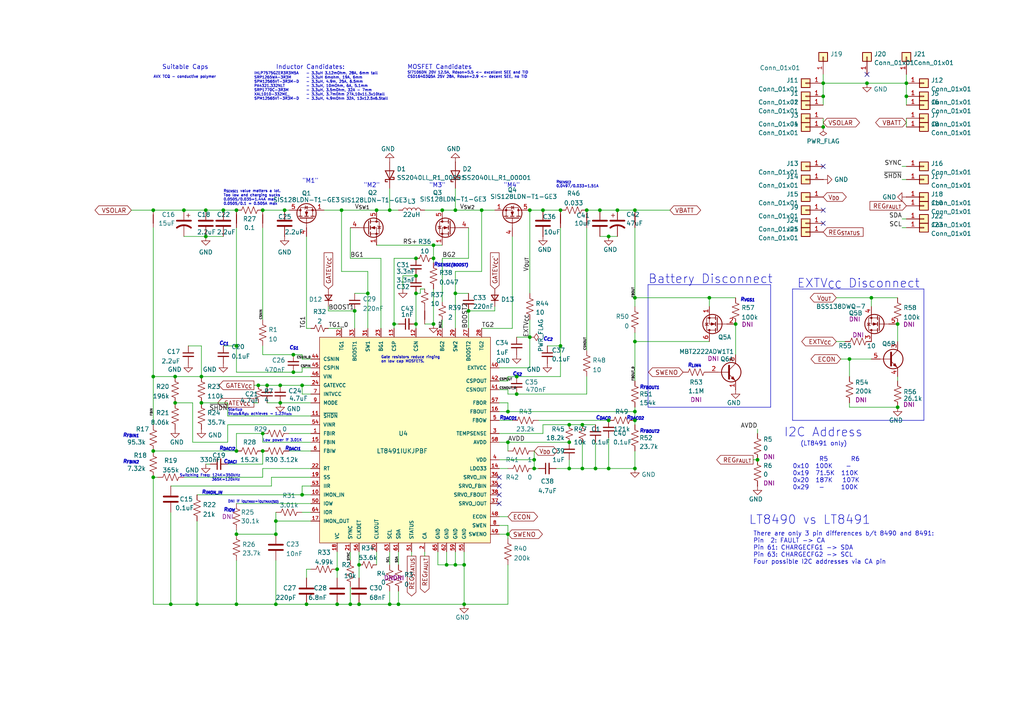
<source format=kicad_sch>
(kicad_sch (version 20231120) (generator "eeschema") (generator_version "8.0")
  (paper "A4")
  (title_block (title "LT8491 - Mezzanine") (date "2024-04-24") (rev "1.0b"))
  (junction (at 77.47 111.76))
  (junction (at 147.32 119.38))
  (junction (at 147.32 154.94))
  (junction (at 165.1 128.27))
  (junction (at 68.58 130.81))
  (junction (at 82.55 60.96))
  (junction (at 125.73 74.93))
  (junction (at 165.1 123.19))
  (junction (at 170.18 60.96))
  (junction (at 120.65 93.98))
  (junction (at 74.93 111.76))
  (junction (at 176.53 68.58))
  (junction (at 101.6 175.26))
  (junction (at 102.87 90.17))
  (junction (at 165.1 135.89))
  (junction (at 64.77 60.96))
  (junction (at 104.14 163.83))
  (junction (at 139.7 60.96))
  (junction (at 184.15 135.89))
  (junction (at 80.01 154.94))
  (junction (at 50.8 109.22))
  (junction (at 114.3 93.98))
  (junction (at 132.08 163.83))
  (junction (at 128.27 60.96))
  (junction (at 238.76 36.83))
  (junction (at 113.03 175.26))
  (junction (at 184.15 121.92))
  (junction (at 88.9 175.26))
  (junction (at 109.22 60.96))
  (junction (at 57.15 175.26))
  (junction (at 176.53 135.89))
  (junction (at 59.69 60.96))
  (junction (at 99.06 60.96))
  (junction (at 87.63 111.76))
  (junction (at 213.36 93.98))
  (junction (at 153.67 97.79))
  (junction (at 49.53 175.26))
  (junction (at 120.65 80.01))
  (junction (at 80.01 175.26))
  (junction (at 184.15 86.36))
  (junction (at 120.65 85.09))
  (junction (at 106.68 85.09))
  (junction (at 68.58 154.94))
  (junction (at 44.45 109.22))
  (junction (at 87.63 143.51))
  (junction (at 173.99 60.96))
  (junction (at 120.65 74.93))
  (junction (at 125.73 93.98))
  (junction (at 238.76 24.13))
  (junction (at 53.34 60.96))
  (junction (at 162.56 100.33))
  (junction (at 104.14 175.26))
  (junction (at 58.42 109.22))
  (junction (at 59.69 68.58))
  (junction (at 154.94 133.35))
  (junction (at 81.28 116.84))
  (junction (at 179.07 60.96))
  (junction (at 44.45 130.81))
  (junction (at 50.8 116.84))
  (junction (at 252.73 86.36))
  (junction (at 129.54 163.83))
  (junction (at 168.91 135.89))
  (junction (at 85.09 107.95))
  (junction (at 172.72 135.89))
  (junction (at 97.79 165.1))
  (junction (at 262.89 27.94))
  (junction (at 219.71 133.35))
  (junction (at 260.35 93.98))
  (junction (at 85.09 102.87))
  (junction (at 68.58 175.26))
  (junction (at 76.2 130.81))
  (junction (at 157.48 60.96))
  (junction (at 132.08 85.09))
  (junction (at 68.58 100.33))
  (junction (at 81.28 111.76))
  (junction (at 205.74 86.36))
  (junction (at 246.38 104.14))
  (junction (at 113.03 60.96))
  (junction (at 58.42 116.84))
  (junction (at 132.08 60.96))
  (junction (at 76.2 60.96))
  (junction (at 135.89 90.17))
  (junction (at 97.79 175.26))
  (junction (at 154.94 135.89))
  (junction (at 149.86 109.22))
  (junction (at 168.91 123.19))
  (junction (at 125.73 71.12))
  (junction (at 115.57 175.26))
  (junction (at 80.01 151.13))
  (junction (at 153.67 60.96))
  (junction (at 260.35 118.11))
  (junction (at 184.15 60.96))
  (junction (at 184.15 119.38))
  (junction (at 149.86 114.3))
  (junction (at 134.62 163.83))
  (junction (at 44.45 60.96))
  (junction (at 68.58 60.96))
  (junction (at 162.56 60.96))
  (junction (at 251.46 24.13))
  (junction (at 44.45 138.43))
  (junction (at 238.76 27.94))
  (junction (at 134.62 175.26))
  (junction (at 184.15 99.06))
  (junction (at 262.89 24.13))
  (junction (at 176.53 121.92))
  (junction (at 147.32 128.27))
  (junction (at 76.2 125.73))
  (no_connect (at 238.76 64.77))
  (no_connect (at 238.76 48.26))
  (no_connect (at 238.76 60.96))
  (no_connect (at 144.78 138.43))
  (no_connect (at 144.78 140.97))
  (no_connect (at 144.78 143.51))
  (no_connect (at 144.78 146.05))
  (no_connect (at 251.46 21.59))
  (wire (pts (xy 90.17 114.3) (xy 87.63 114.3)))
  (wire (pts (xy 252.73 86.36) (xy 252.73 88.9)))
  (wire (pts (xy 102.87 90.17) (xy 102.87 95.25)))
  (wire (pts (xy 113.03 60.96) (xy 115.57 60.96)))
  (wire (pts (xy 184.15 123.19) (xy 184.15 121.92)))
  (wire (pts (xy 123.19 93.98) (xy 125.73 93.98)))
  (wire (pts (xy 148.59 95.25) (xy 148.59 68.58)))
  (wire (pts (xy 68.58 146.05) (xy 90.17 146.05)))
  (wire (pts (xy 168.91 135.89) (xy 172.72 135.89)))
  (wire (pts (xy 68.58 175.26) (xy 80.01 175.26)))
  (wire (pts (xy 68.58 162.56) (xy 68.58 175.26)))
  (wire (pts (xy 184.15 118.11) (xy 184.15 119.38)))
  (wire (pts (xy 261.62 52.07) (xy 262.89 52.07)))
  (wire (pts (xy 66.04 123.19) (xy 90.17 123.19)))
  (wire (pts (xy 90.17 165.1) (xy 88.9 165.1)))
  (wire (pts (xy 123.19 83.82) (xy 121.92 83.82)))
  (wire (pts (xy 88.9 68.58) (xy 88.9 95.25)))
  (wire (pts (xy 87.63 143.51) (xy 90.17 143.51)))
  (wire (pts (xy 121.92 85.09) (xy 120.65 85.09)))
  (wire (pts (xy 76.2 60.96) (xy 82.55 60.96)))
  (wire (pts (xy 127 160.02) (xy 127 163.83)))
  (wire (pts (xy 87.63 148.59) (xy 90.17 148.59)))
  (wire (pts (xy 121.92 83.82) (xy 121.92 85.09)))
  (wire (pts (xy 246.38 116.84) (xy 246.38 118.11)))
  (wire (pts (xy 59.69 60.96) (xy 64.77 60.96)))
  (wire (pts (xy 97.79 175.26) (xy 101.6 175.26)))
  (wire (pts (xy 129.54 160.02) (xy 129.54 163.83)))
  (wire (pts (xy 120.65 93.98) (xy 120.65 95.25)))
  (wire (pts (xy 157.48 60.96) (xy 162.56 60.96)))
  (wire (pts (xy 261.62 66.04) (xy 262.89 66.04)))
  (wire (pts (xy 116.84 80.01) (xy 120.65 80.01)))
  (wire (pts (xy 251.46 24.13) (xy 262.89 24.13)))
  (wire (pts (xy 261.62 63.5) (xy 262.89 63.5)))
  (wire (pts (xy 170.18 114.3) (xy 170.18 109.22)))
  (wire (pts (xy 172.72 128.27) (xy 172.72 135.89)))
  (wire (pts (xy 97.79 165.1) (xy 97.79 167.64)))
  (wire (pts (xy 90.17 106.68) (xy 87.63 106.68)))
  (wire (pts (xy 85.09 107.95) (xy 68.58 107.95)))
  (wire (pts (xy 144.78 125.73) (xy 157.48 125.73)))
  (wire (pts (xy 176.53 127) (xy 176.53 135.89)))
  (wire (pts (xy 170.18 66.04) (xy 170.18 101.6)))
  (wire (pts (xy 176.53 135.89) (xy 184.15 135.89)))
  (wire (pts (xy 59.69 134.62) (xy 60.96 134.62)))
  (wire (pts (xy 87.63 114.3) (xy 87.63 111.76)))
  (wire (pts (xy 246.38 118.11) (xy 260.35 118.11)))
  (wire (pts (xy 147.32 109.22) (xy 149.86 109.22)))
  (wire (pts (xy 80.01 175.26) (xy 88.9 175.26)))
  (wire (pts (xy 68.58 154.94) (xy 80.01 154.94)))
  (wire (pts (xy 76.2 134.62) (xy 76.2 130.81)))
  (wire (pts (xy 205.74 86.36) (xy 184.15 86.36)))
  (wire (pts (xy 128.27 74.93) (xy 135.89 74.93)))
  (wire (pts (xy 85.09 102.87) (xy 76.2 102.87)))
  (wire (pts (xy 123.19 60.96) (xy 128.27 60.96)))
  (wire (pts (xy 102.87 85.09) (xy 106.68 85.09)))
  (wire (pts (xy 157.48 125.73) (xy 157.48 123.19)))
  (wire (pts (xy 90.17 140.97) (xy 87.63 140.97)))
  (wire (pts (xy 104.14 160.02) (xy 104.14 163.83)))
  (wire (pts (xy 132.08 60.96) (xy 139.7 60.96)))
  (wire (pts (xy 113.03 171.45) (xy 113.03 175.26)))
  (wire (pts (xy 132.08 78.74) (xy 139.7 78.74)))
  (wire (pts (xy 109.22 160.02) (xy 109.22 163.83)))
  (wire (pts (xy 147.32 152.4) (xy 147.32 154.94)))
  (wire (pts (xy 57.15 175.26) (xy 68.58 175.26)))
  (wire (pts (xy 55.88 128.27) (xy 66.04 128.27)))
  (wire (pts (xy 44.45 130.81) (xy 68.58 130.81)))
  (wire (pts (xy 262.89 24.13) (xy 262.89 27.94)))
  (wire (pts (xy 114.3 93.98) (xy 114.3 95.25)))
  (wire (pts (xy 173.99 68.58) (xy 176.53 68.58)))
  (wire (pts (xy 144.78 121.92) (xy 148.59 121.92)))
  (wire (pts (xy 64.77 60.96) (xy 68.58 60.96)))
  (wire (pts (xy 73.66 111.76) (xy 74.93 111.76)))
  (wire (pts (xy 154.94 133.35) (xy 154.94 135.89)))
  (wire (pts (xy 49.53 140.97) (xy 78.74 140.97)))
  (wire (pts (xy 153.67 60.96) (xy 153.67 85.09)))
  (wire (pts (xy 262.89 34.29) (xy 262.89 36.83)))
  (wire (pts (xy 184.15 99.06) (xy 184.15 110.49)))
  (wire (pts (xy 246.38 104.14) (xy 246.38 109.22)))
  (wire (pts (xy 68.58 66.04) (xy 68.58 100.33)))
  (wire (pts (xy 115.57 175.26) (xy 134.62 175.26)))
  (wire (pts (xy 44.45 66.04) (xy 44.45 109.22)))
  (wire (pts (xy 147.32 156.21) (xy 147.32 154.94)))
  (wire (pts (xy 116.84 80.01) (xy 116.84 83.82)))
  (polyline (pts (xy 267.97 83.82) (xy 229.87 83.82)))
  (wire (pts (xy 58.42 109.22) (xy 90.17 109.22)))
  (wire (pts (xy 165.1 135.89) (xy 168.91 135.89)))
  (wire (pts (xy 83.82 130.81) (xy 90.17 130.81)))
  (wire (pts (xy 95.25 95.25) (xy 99.06 95.25)))
  (wire (pts (xy 172.72 135.89) (xy 176.53 135.89)))
  (wire (pts (xy 144.78 149.86) (xy 147.32 149.86)))
  (wire (pts (xy 184.15 86.36) (xy 184.15 66.04)))
  (wire (pts (xy 260.35 109.22) (xy 260.35 110.49)))
  (wire (pts (xy 149.86 109.22) (xy 162.56 109.22)))
  (wire (pts (xy 132.08 85.09) (xy 135.89 85.09)))
  (wire (pts (xy 44.45 138.43) (xy 45.72 138.43)))
  (wire (pts (xy 95.25 90.17) (xy 102.87 90.17)))
  (wire (pts (xy 238.76 24.13) (xy 238.76 27.94)))
  (wire (pts (xy 123.19 160.02) (xy 123.19 161.29)))
  (wire (pts (xy 139.7 95.25) (xy 148.59 95.25)))
  (wire (pts (xy 68.58 125.73) (xy 68.58 130.81)))
  (wire (pts (xy 156.21 135.89) (xy 154.94 135.89)))
  (polyline (pts (xy 267.97 121.92) (xy 267.97 83.82)))
  (wire (pts (xy 77.47 111.76) (xy 81.28 111.76)))
  (wire (pts (xy 184.15 86.36) (xy 184.15 88.9)))
  (wire (pts (xy 139.7 78.74) (xy 139.7 60.96)))
  (wire (pts (xy 113.03 54.61) (xy 113.03 60.96)))
  (wire (pts (xy 213.36 93.98) (xy 213.36 102.87)))
  (wire (pts (xy 147.32 113.03) (xy 147.32 114.3)))
  (wire (pts (xy 66.04 134.62) (xy 76.2 134.62)))
  (wire (pts (xy 90.17 104.14) (xy 87.63 104.14)))
  (wire (pts (xy 134.62 163.83) (xy 134.62 175.26)))
  (wire (pts (xy 115.57 160.02) (xy 115.57 163.83)))
  (wire (pts (xy 44.45 109.22) (xy 50.8 109.22)))
  (wire (pts (xy 85.09 102.87) (xy 87.63 102.87)))
  (wire (pts (xy 132.08 160.02) (xy 132.08 163.83)))
  (wire (pts (xy 119.38 160.02) (xy 119.38 161.29)))
  (wire (pts (xy 125.73 83.82) (xy 125.73 93.98)))
  (wire (pts (xy 156.21 121.92) (xy 176.53 121.92)))
  (wire (pts (xy 238.76 27.94) (xy 238.76 30.48)))
  (wire (pts (xy 44.45 175.26) (xy 49.53 175.26)))
  (wire (pts (xy 157.48 123.19) (xy 165.1 123.19)))
  (wire (pts (xy 238.76 24.13) (xy 251.46 24.13)))
  (wire (pts (xy 153.67 92.71) (xy 153.67 97.79)))
  (wire (pts (xy 120.65 85.09) (xy 120.65 93.98)))
  (wire (pts (xy 149.86 114.3) (xy 170.18 114.3)))
  (wire (pts (xy 88.9 165.1) (xy 88.9 167.64)))
  (wire (pts (xy 238.76 34.29) (xy 238.76 36.83)))
  (wire (pts (xy 81.28 116.84) (xy 77.47 116.84)))
  (wire (pts (xy 99.06 78.74) (xy 99.06 60.96)))
  (wire (pts (xy 38.1 60.96) (xy 44.45 60.96)))
  (wire (pts (xy 114.3 93.98) (xy 115.57 93.98)))
  (wire (pts (xy 129.54 163.83) (xy 132.08 163.83)))
  (wire (pts (xy 149.86 97.79) (xy 153.67 97.79)))
  (wire (pts (xy 144.78 128.27) (xy 147.32 128.27)))
  (wire (pts (xy 144.78 110.49) (xy 147.32 110.49)))
  (wire (pts (xy 76.2 66.04) (xy 76.2 92.71)))
  (wire (pts (xy 81.28 111.76) (xy 87.63 111.76)))
  (wire (pts (xy 106.68 85.09) (xy 106.68 78.74)))
  (wire (pts (xy 143.51 88.9) (xy 143.51 90.17)))
  (wire (pts (xy 87.63 104.14) (xy 87.63 102.87)))
  (wire (pts (xy 97.79 160.02) (xy 97.79 165.1)))
  (wire (pts (xy 109.22 71.12) (xy 125.73 71.12)))
  (wire (pts (xy 57.15 151.13) (xy 57.15 175.26)))
  (wire (pts (xy 66.04 120.65) (xy 90.17 120.65)))
  (wire (pts (xy 132.08 54.61) (xy 132.08 60.96)))
  (wire (pts (xy 147.32 128.27) (xy 165.1 128.27)))
  (wire (pts (xy 44.45 138.43) (xy 44.45 175.26)))
  (wire (pts (xy 147.32 110.49) (xy 147.32 109.22)))
  (wire (pts (xy 260.35 86.36) (xy 252.73 86.36)))
  (wire (pts (xy 162.56 100.33) (xy 162.56 109.22)))
  (wire (pts (xy 243.84 104.14) (xy 246.38 104.14)))
  (wire (pts (xy 90.17 151.13) (xy 80.01 151.13)))
  (wire (pts (xy 144.78 113.03) (xy 147.32 113.03)))
  (wire (pts (xy 184.15 130.81) (xy 184.15 135.89)))
  (wire (pts (xy 101.6 66.04) (xy 101.6 74.93)))
  (wire (pts (xy 115.57 171.45) (xy 115.57 175.26)))
  (wire (pts (xy 158.75 100.33) (xy 162.56 100.33)))
  (wire (pts (xy 83.82 125.73) (xy 90.17 125.73)))
  (wire (pts (xy 44.45 123.19) (xy 44.45 109.22)))
  (wire (pts (xy 106.68 95.25) (xy 106.68 85.09)))
  (wire (pts (xy 173.99 60.96) (xy 179.07 60.96)))
  (wire (pts (xy 144.78 116.84) (xy 147.32 116.84)))
  (polyline (pts (xy 187.96 82.55) (xy 223.52 82.55)))
  (wire (pts (xy 87.63 140.97) (xy 87.63 143.51)))
  (wire (pts (xy 81.28 116.84) (xy 90.17 116.84)))
  (wire (pts (xy 127 163.83) (xy 129.54 163.83)))
  (wire (pts (xy 135.89 90.17) (xy 143.51 90.17)))
  (wire (pts (xy 184.15 99.06) (xy 205.74 99.06)))
  (wire (pts (xy 144.78 135.89) (xy 147.32 135.89)))
  (wire (pts (xy 58.42 116.84) (xy 66.04 116.84)))
  (wire (pts (xy 147.32 130.81) (xy 147.32 128.27)))
  (wire (pts (xy 93.98 60.96) (xy 99.06 60.96)))
  (wire (pts (xy 165.1 135.89) (xy 165.1 133.35)))
  (wire (pts (xy 132.08 60.96) (xy 128.27 60.96)))
  (wire (pts (xy 82.55 60.96) (xy 83.82 60.96)))
  (wire (pts (xy 101.6 175.26) (xy 104.14 175.26)))
  (wire (pts (xy 76.2 135.89) (xy 90.17 135.89)))
  (wire (pts (xy 184.15 121.92) (xy 184.15 119.38)))
  (wire (pts (xy 132.08 95.25) (xy 132.08 85.09)))
  (wire (pts (xy 106.68 78.74) (xy 99.06 78.74)))
  (wire (pts (xy 205.74 86.36) (xy 213.36 86.36)))
  (wire (pts (xy 53.34 60.96) (xy 59.69 60.96)))
  (wire (pts (xy 78.74 138.43) (xy 90.17 138.43)))
  (wire (pts (xy 80.01 151.13) (xy 80.01 154.94)))
  (wire (pts (xy 110.49 74.93) (xy 110.49 95.25)))
  (wire (pts (xy 170.18 60.96) (xy 173.99 60.96)))
  (wire (pts (xy 153.67 106.68) (xy 153.67 97.79)))
  (wire (pts (xy 132.08 85.09) (xy 132.08 78.74)))
  (wire (pts (xy 58.42 100.33) (xy 54.61 100.33)))
  (wire (pts (xy 101.6 74.93) (xy 110.49 74.93)))
  (wire (pts (xy 219.71 124.46) (xy 219.71 125.73)))
  (wire (pts (xy 125.73 71.12) (xy 128.27 71.12)))
  (wire (pts (xy 53.34 138.43) (xy 76.2 138.43)))
  (wire (pts (xy 114.3 74.93) (xy 114.3 93.98)))
  (wire (pts (xy 55.88 116.84) (xy 55.88 128.27)))
  (wire (pts (xy 132.08 163.83) (xy 134.62 163.83)))
  (wire (pts (xy 104.14 163.83) (xy 104.14 167.64)))
  (wire (pts (xy 260.35 93.98) (xy 260.35 99.06)))
  (wire (pts (xy 184.15 60.96) (xy 194.31 60.96)))
  (wire (pts (xy 57.15 143.51) (xy 87.63 143.51)))
  (wire (pts (xy 147.32 116.84) (xy 147.32 119.38)))
  (wire (pts (xy 147.32 114.3) (xy 149.86 114.3)))
  (wire (pts (xy 80.01 151.13) (xy 80.01 148.59)))
  (wire (pts (xy 179.07 60.96) (xy 184.15 60.96)))
  (polyline (pts (xy 223.52 118.11) (xy 223.52 82.55)))
  (wire (pts (xy 153.67 60.96) (xy 157.48 60.96)))
  (wire (pts (xy 125.73 74.93) (xy 125.73 76.2)))
  (wire (pts (xy 147.32 119.38) (xy 184.15 119.38)))
  (wire (pts (xy 113.03 175.26) (xy 115.57 175.26)))
  (wire (pts (xy 242.57 86.36) (xy 252.73 86.36)))
  (wire (pts (xy 261.62 48.26) (xy 262.89 48.26)))
  (wire (pts (xy 161.29 135.89) (xy 165.1 135.89)))
  (wire (pts (xy 76.2 138.43) (xy 76.2 135.89)))
  (wire (pts (xy 134.62 160.02) (xy 134.62 163.83)))
  (wire (pts (xy 76.2 100.33) (xy 76.2 102.87)))
  (wire (pts (xy 49.53 148.59) (xy 49.53 175.26)))
  (wire (pts (xy 109.22 60.96) (xy 113.03 60.96)))
  (wire (pts (xy 73.66 116.84) (xy 74.93 116.84)))
  (wire (pts (xy 50.8 109.22) (xy 58.42 109.22)))
  (wire (pts (xy 104.14 175.26) (xy 113.03 175.26)))
  (wire (pts (xy 66.04 128.27) (xy 66.04 123.19)))
  (wire (pts (xy 162.56 66.04) (xy 162.56 100.33)))
  (wire (pts (xy 144.78 133.35) (xy 154.94 133.35)))
  (wire (pts (xy 144.78 154.94) (xy 147.32 154.94)))
  (wire (pts (xy 101.6 160.02) (xy 101.6 162.56)))
  (wire (pts (xy 125.73 71.12) (xy 125.73 74.93)))
  (wire (pts (xy 76.2 125.73) (xy 68.58 125.73)))
  (wire (pts (xy 58.42 109.22) (xy 58.42 100.33)))
  (wire (pts (xy 88.9 95.25) (xy 90.17 95.25)))
  (wire (pts (xy 135.89 74.93) (xy 135.89 66.04)))
  (wire (pts (xy 168.91 123.19) (xy 172.72 123.19)))
  (wire (pts (xy 113.03 160.02) (xy 113.03 163.83)))
  (wire (pts (xy 128.27 87.63) (xy 128.27 74.93)))
  (wire (pts (xy 262.89 27.94) (xy 262.89 30.48)))
  (wire (pts (xy 44.45 60.96) (xy 53.34 60.96)))
  (polyline (pts (xy 187.96 118.11) (xy 223.52 118.11)))
  (polyline (pts (xy 187.96 82.55) (xy 187.96 118.11)))
  (wire (pts (xy 168.91 128.27) (xy 168.91 135.89)))
  (wire (pts (xy 176.53 68.58) (xy 179.07 68.58)))
  (wire (pts (xy 246.38 104.14) (xy 252.73 104.14)))
  (wire (pts (xy 80.01 162.56) (xy 80.01 175.26)))
  (wire (pts (xy 64.77 100.33) (xy 68.58 100.33)))
  (wire (pts (xy 101.6 170.18) (xy 101.6 175.26)))
  (wire (pts (xy 68.58 154.94) (xy 68.58 153.67)))
  (wire (pts (xy 135.89 90.17) (xy 135.89 95.25)))
  (wire (pts (xy 87.63 107.95) (xy 85.09 107.95)))
  (wire (pts (xy 78.74 140.97) (xy 78.74 138.43)))
  (polyline (pts (xy 229.87 83.82) (xy 229.87 121.92)))
  (wire (pts (xy 144.78 152.4) (xy 147.32 152.4)))
  (wire (pts (xy 144.78 106.68) (xy 153.67 106.68)))
  (wire (pts (xy 242.57 99.06) (xy 245.11 99.06)))
  (wire (pts (xy 66.04 116.84) (xy 66.04 120.65)))
  (wire (pts (xy 90.17 128.27) (xy 76.2 128.27)))
  (wire (pts (xy 49.53 175.26) (xy 57.15 175.26)))
  (wire (pts (xy 59.69 68.58) (xy 64.77 68.58)))
  (wire (pts (xy 168.91 123.19) (xy 165.1 123.19)))
  (wire (pts (xy 114.3 74.93) (xy 120.65 74.93)))
  (wire (pts (xy 144.78 119.38) (xy 147.32 119.38)))
  (wire (pts (xy 87.63 111.76) (xy 90.17 111.76)))
  (wire (pts (xy 154.94 130.81) (xy 154.94 133.35)))
  (wire (pts (xy 147.32 163.83) (xy 147.32 175.26)))
  (wire (pts (xy 95.25 88.9) (xy 95.25 90.17)))
  (wire (pts (xy 139.7 60.96) (xy 143.51 60.96)))
  (wire (pts (xy 238.76 21.59) (xy 238.76 24.13)))
  (wire (pts (xy 134.62 175.26) (xy 147.32 175.26)))
  (wire (pts (xy 262.89 21.59) (xy 262.89 24.13)))
  (wire (pts (xy 128.27 92.71) (xy 128.27 95.25)))
  (wire (pts (xy 184.15 96.52) (xy 184.15 99.06)))
  (polyline (pts (xy 229.87 121.92) (xy 267.97 121.92)))
  (wire (pts (xy 205.74 86.36) (xy 205.74 88.9)))
  (wire (pts (xy 53.34 68.58) (xy 59.69 68.58)))
  (wire (pts (xy 50.8 116.84) (xy 55.88 116.84)))
  (wire (pts (xy 87.63 106.68) (xy 87.63 107.95)))
  (wire (pts (xy 76.2 128.27) (xy 76.2 125.73)))
  (wire (pts (xy 88.9 175.26) (xy 97.79 175.26)))
  (wire (pts (xy 68.58 100.33) (xy 68.58 107.95)))
  (wire (pts (xy 74.93 111.76) (xy 77.47 111.76)))
  (wire (pts (xy 218.44 133.35) (xy 219.71 133.35)))
  (wire (pts (xy 99.06 60.96) (xy 109.22 60.96)))
  (text "R_{DACI1}" (at 82.55 130.81 0) (effects (font (size 1.016 1.016) (thickness 0.254) (bold yes) (italic yes)) (justify left bottom)))
  (text "C_{DACO}" (at 172.72 121.92 0) (effects (font (size 1.016 1.016) (thickness 0.254) (bold yes) (italic yes)) (justify left bottom)))
  (text "C_{C2}" (at 157.48 99.06 0) (effects (font (size 1.016 1.016) (thickness 0.254) (bold yes) (italic yes)) (justify left bottom)))
  (text "DNI if I_{OUTMAX}=I_{OUTMAX(SO)}" (at 66.04 146.05 0) (effects (font (size 0.762 0.762)) (justify left bottom)))
  (text "Battery Disconnect" (at 187.96 82.55 0) (effects (font (size 2.54 2.54)) (justify left bottom)))
  (text "R_{IMON_IN}" (at 58.42 143.51 0) (effects (font (size 1.016 1.016) (thickness 0.254) (bold yes) (italic yes)) (justify left bottom)))
  (text "Startup\n5V_{min}&R_{div} achieves → 1.23V_{min}" (at 66.04 120.65 0) (effects (font (size 0.762 0.762)) (justify left bottom)))
  (text "C_{S1}" (at 83.82 101.6 0) (effects (font (size 1.016 1.016) (thickness 0.254) (bold yes) (italic yes)) (justify left bottom)))
  (text "C_{S2}" (at 148.59 109.22 0) (effects (font (size 1.016 1.016) (thickness 0.254) (bold yes) (italic yes)) (justify left bottom)))
  (text "Switching Freq: 124K=350kHz\n                365K=120kHz" (at 52.07 139.7 0) (effects (font (size 0.762 0.762)) (justify left bottom)))
  (text "Suitable Caps" (at 46.99 20.32 0) (effects (font (size 1.27 1.27)) (justify left bottom)))
  (text "R_{LIM4}" (at 199.39 106.68 0) (effects (font (size 1.016 1.016) (thickness 0.254) (bold yes) (italic yes)) (justify left bottom)))
  (text "\"M4\"" (at 146.05 54.61 0) (effects (font (size 1.27 1.27)) (justify left bottom)))
  (text "Gate resistors reduce ringing\non low cap MOSFETS." (at 110.49 105.41 0) (effects (font (size 0.762 0.762)) (justify left bottom)))
  (text "R_{DACO2}" (at 181.61 121.92 0) (effects (font (size 1.016 1.016) (thickness 0.254) (bold yes) (italic yes)) (justify left bottom)))
  (text "Si7106DN 20V 12.5A, Rdson=5.5 <- excellent SEE and TID\nCSD16403Q5A 25V 28A, Rdson=2.9 <- decent SEE, no TID\n" (at 118.11 22.86 0) (effects (font (size 0.762 0.762)) (justify left bottom)))
  (text "There are only 3 pin differences b/t 8490 and 8491:\nPin  2: FAULT -> CA\nPin 61: CHARGECFG1 -> SDA\nPin 63: CHARGECFG2 -> SCL\nFour possible I2C addresses via CA pin" (at 218.44 163.83 0) (effects (font (size 1.27 1.27)) (justify left bottom)))
  (text "R_{DACI2}" (at 63.5 130.81 0) (effects (font (size 1.016 1.016) (thickness 0.254) (bold yes) (italic yes)) (justify left bottom)))
  (text "R_{SENSE(BOOST)}" (at 125.73 77.47 0) (effects (font (size 1.016 1.016) (thickness 0.254) (bold yes) (italic yes)) (justify left bottom)))
  (text "R_{FBIN2}" (at 35.56 134.62 0) (effects (font (size 1.016 1.016) (thickness 0.254) (bold yes) (italic yes)) (justify left bottom)))
  (text "C_{C1}" (at 63.5 100.33 0) (effects (font (size 1.016 1.016) (thickness 0.254) (bold yes) (italic yes)) (justify left bottom)))
  (text "R_{DACO1}" (at 144.78 121.92 0) (effects (font (size 1.016 1.016) (thickness 0.254) (bold yes) (italic yes)) (justify left bottom)))
  (text "	   R5	  R6\n0x10  100K    -\n0x19  71.5K  110K\n0x20  187K   107K\n0x29   -     100K" (at 229.87 142.24 0) (effects (font (size 1.27 1.27)) (justify left bottom)))
  (text "IHLP7575GZER3R3M5A 	- 3.3uH 3.12mOhm, 28A, 6mm tall\nSRP1265WA-3R3M 		- 3.3uH 6mohm, 19A, 6mm \nSPM12565VT-3R3M-D 	- 3.3uH, 4.9m, 25A, 6.5mm \nPA4321.332NLT 		- 3.3uH, 10mOhm, 6A, 5.1mm\nSRP1770C-3R3M 		- 3.3uH, 3.5mOhm, 32A - 7mm\nXAL1010-332ME_		- 3.3uH, 3.7mOhm 27A,10x11.3x10tall\nSPM12565VT-3R3M-D	- 3.3uH, 4.9mOhm 32A, 13x12.5x6.5tall" (at 73.66 29.21 0) (effects (font (size 0.762 0.762)) (justify left bottom)))
  (text "R_{SENSE1} value matters a lot.\nToo low and charging sucks\n0.0505/0.035=1.44A max\n0.0505/0.1 = 0.505A max\n" (at 64.77 59.69 0) (effects (font (size 0.762 0.762)) (justify left bottom)))
  (text "EXTV_{CC} Disconnect" (at 231.14 83.82 0) (effects (font (size 2.54 2.54)) (justify left bottom)))
  (text "\"M2\"" (at 105.41 54.61 0) (effects (font (size 1.27 1.27)) (justify left bottom)))
  (text "\"M3\"" (at 124.46 54.61 0) (effects (font (size 1.27 1.27)) (justify left bottom)))
  (text "R_{FBIN1}" (at 35.56 127 0) (effects (font (size 1.016 1.016) (thickness 0.254) (bold yes) (italic yes)) (justify left bottom)))
  (text "R_{IOW}" (at 64.77 148.59 0) (effects (font (size 1.016 1.016) (thickness 0.254) (bold yes) (italic yes)) (justify left bottom)))
  (text " (LT8491 only)" (at 231.14 129.54 0) (effects (font (size 1.27 1.27)) (justify left bottom)))
  (text "MOSFET Candidates" (at 118.11 20.32 0) (effects (font (size 1.27 1.27)) (justify left bottom)))
  (text "AVX TCQ - conductive polymer" (at 44.45 22.86 0) (effects (font (size 0.762 0.762)) (justify left bottom)))
  (text "C_{DACI}" (at 64.77 134.62 0) (effects (font (size 1.016 1.016) (thickness 0.254) (bold yes) (italic yes)) (justify left bottom)))
  (text "\"M1\"" (at 87.63 53.34 0) (effects (font (size 1.27 1.27)) (justify left bottom)))
  (text "R_{FBOUT2}" (at 185.42 125.73 0) (effects (font (size 1.016 1.016) (thickness 0.254) (bold yes) (italic yes)) (justify left bottom)))
  (text "Inductor Candidates:" (at 80.01 20.32 0) (effects (font (size 1.27 1.27)) (justify left bottom)))
  (text "R_{FBOUT1}" (at 185.42 113.03 0) (effects (font (size 1.016 1.016) (thickness 0.254) (bold yes) (italic yes)) (justify left bottom)))
  (text "R_{SENSE2}\n0.0497/0.033=1.51A\n" (at 161.29 54.61 0) (effects (font (size 0.762 0.762)) (justify left bottom)))
  (text "LT8490 vs LT8491" (at 217.17 152.4 0) (effects (font (size 2.54 2.54)) (justify left bottom)))
  (text "Low power if 3.01K" (at 76.2 128.27 0) (effects (font (size 0.762 0.762)) (justify left bottom)))
  (text "R_{VGS1}" (at 214.63 87.63 0) (effects (font (size 1.016 1.016) (thickness 0.254) (bold yes) (italic yes)) (justify left bottom)))
  (text "I2C Address" (at 227.33 127 0) (effects (font (size 2.54 2.54)) (justify left bottom)))
  (label "TG1" (at 88.9 95.25 90))
  (label "FBOUT" (at 184.15 86.36 90) (effects (font (size 0.635 0.635))))
  (label "BOOST2" (at 135.89 95.25 90))
  (label "SYNC" (at 261.62 48.26 180))
  (label "EXTV_{CC}" (at 153.67 97.79 90))
  (label "AVDD" (at 147.32 128.27 0))
  (label "TG1_0" (at 95.25 95.25 0))
  (label "CSNIN" (at 76.2 92.71 90) (effects (font (size 0.635 0.635))))
  (label "~{SHDN}" (at 261.62 52.07 180))
  (label "SDA" (at 115.57 161.29 270) (effects (font (size 0.635 0.635))))
  (label "BG2_" (at 128.27 92.71 270) (effects (font (size 0.635 0.635))))
  (label "V_{OUT}" (at 153.67 78.74 90))
  (label "CSNOUT_0" (at 144.78 113.03 0) (effects (font (size 0.635 0.635))))
  (label "~{SHDN}" (at 66.04 119.38 180))
  (label "SCL" (at 261.62 66.04 180))
  (label "FBIN" (at 44.45 120.65 90) (effects (font (size 0.635 0.635))))
  (label "SDA" (at 261.62 63.5 180))
  (label "FBOUT_0" (at 184.15 110.49 90) (effects (font (size 0.635 0.635))))
  (label "CSNIN_0" (at 90.17 104.14 180) (effects (font (size 0.635 0.635))))
  (label "V_{SW2}" (at 133.35 60.96 0))
  (label "CSPOUT" (at 144.78 110.49 0) (effects (font (size 0.635 0.635))))
  (label "CSPIN" (at 90.17 106.68 180) (effects (font (size 0.635 0.635))))
  (label "BG1" (at 101.6 74.93 0))
  (label "AVDD" (at 219.71 124.46 180))
  (label "SCL" (at 113.03 161.29 270) (effects (font (size 0.635 0.635))))
  (label "V_{SW1}" (at 102.87 60.96 0))
  (label "TG2" (at 139.7 95.25 0))
  (label "BG2" (at 128.27 74.93 0))
  (label "BOOST1" (at 95.25 90.17 0))
  (label "CSNOUT" (at 170.18 101.6 90) (effects (font (size 0.635 0.635))))
  (label "SYNC" (at 101.6 160.02 270) (effects (font (size 0.635 0.635))))
  (label "RS+" (at 116.84 71.12 0))
  (global_label "V_{DD}" (shape bidirectional) (at 238.76 57.15 0) (property "Intersheetrefs" "${INTERSHEET_REFS}" (effects (hide yes))))
  (global_label "GATEV_{CC}`" (shape input) (at 143.51 83.82 90) (property "Intersheetrefs" "${INTERSHEET_REFS}" (effects (hide yes))))
  (global_label "REG_{STATUS}" (shape input) (at 238.76 67.31 0) (property "Intersheetrefs" "${INTERSHEET_REFS}" (effects (hide yes))))
  (global_label "REG_{FAULT}" (shape output) (at 123.19 161.29 270) (property "Intersheetrefs" "${INTERSHEET_REFS}" (effects (hide yes))))
  (global_label "GATEV_{CC}" (shape output) (at 73.66 111.76 180) (property "Intersheetrefs" "${INTERSHEET_REFS}" (effects (hide yes))))
  (global_label "VBATT" (shape bidirectional) (at 194.31 60.96 0) (property "Intersheetrefs" "${INTERSHEET_REFS}" (effects (hide yes))))
  (global_label "SWENO" (shape bidirectional) (at 198.12 107.95 180) (property "Intersheetrefs" "${INTERSHEET_REFS}" (effects (hide yes))))
  (global_label "REG_{FAULT}" (shape input) (at 262.89 59.69 180) (property "Intersheetrefs" "${INTERSHEET_REFS}" (effects (hide yes))))
  (global_label "VSOLAR" (shape bidirectional) (at 38.1 60.96 180) (property "Intersheetrefs" "${INTERSHEET_REFS}" (effects (hide yes))))
  (global_label "VSOLAR" (shape bidirectional) (at 238.76 35.56 0) (property "Intersheetrefs" "${INTERSHEET_REFS}" (effects (hide yes))))
  (global_label "ECON" (shape bidirectional) (at 147.32 149.86 0) (property "Intersheetrefs" "${INTERSHEET_REFS}" (effects (hide yes))))
  (global_label "EXTV_{CC}" (shape bidirectional) (at 242.57 99.06 180) (property "Intersheetrefs" "${INTERSHEET_REFS}" (effects (hide yes))))
  (global_label "GATEV_{CC}`" (shape input) (at 95.25 83.82 90) (property "Intersheetrefs" "${INTERSHEET_REFS}" (effects (hide yes))))
  (global_label "V_{OUT}" (shape bidirectional) (at 242.57 86.36 180) (property "Intersheetrefs" "${INTERSHEET_REFS}" (effects (hide yes))))
  (global_label "SWENO" (shape bidirectional) (at 147.32 154.94 0) (property "Intersheetrefs" "${INTERSHEET_REFS}" (effects (hide yes))))
  (global_label "V_{DD}" (shape bidirectional) (at 154.94 130.81 0) (property "Intersheetrefs" "${INTERSHEET_REFS}" (effects (hide yes))))
  (global_label "VBATT" (shape bidirectional) (at 262.89 35.56 180) (property "Intersheetrefs" "${INTERSHEET_REFS}" (effects (hide yes))))
  (global_label "ECON" (shape bidirectional) (at 243.84 104.14 180) (property "Intersheetrefs" "${INTERSHEET_REFS}" (effects (hide yes))))
  (global_label "REG_{STATUS}" (shape output) (at 119.38 161.29 270) (property "Intersheetrefs" "${INTERSHEET_REFS}" (effects (hide yes))))
  (global_label "GATEV_{CC}`" (shape output) (at 73.66 116.84 180) (property "Intersheetrefs" "${INTERSHEET_REFS}" (effects (hide yes))))
  (global_label "REG_{FAULT}" (shape output) (at 218.44 133.35 180) (property "Intersheetrefs" "${INTERSHEET_REFS}" (effects (hide yes))))
  (symbol (lib_id "Device:NetTie_2") (at 68.58 63.5 90) (unit 1) (in_bom no)
    (property "Reference" "NT2" (effects (hide yes)))
    (property "Value" "NetTie_2" (effects (hide yes)))
    (property "Footprint" "NetTie:NetTie-2_SMD_Pad0.5mm" (effects (hide yes)))
    (property "DNI" "DNI" (effects (hide yes)))
  )
  (symbol (lib_id "power:GND") (at 213.36 113.03 0) (unit 1)
    (property "Reference" "#PWR0113" (effects (hide yes)))
    (property "Value" "GND" (at 210.82 116.84 0) (effects (justify left)))
  )
  (symbol (lib_id "Device:C_Small") (at 176.53 124.46 180) (unit 1)
    (property "Reference" "C40" (at 177.8 125.73 0) (effects (justify right)))
    (property "Value" "0.1uF" (at 177.8 128.27 0) (effects (justify right)))
    (property "Footprint" "Capacitor_SMD:C_0603_1608Metric" (effects (hide yes)))
    (property "Description" "100nF 0603" (effects (hide yes)))
  )
  (symbol (lib_id "Device:R_US") (at 184.15 127 0) (unit 1)
    (property "Reference" "R52" (at 185.42 127 0) (effects (justify left)))
    (property "Value" "23.7k" (at 185.42 129.54 0) (effects (justify left)))
    (property "Footprint" "Resistor_SMD:R_0603_1608Metric" (effects (hide yes)))
    (property "Description" "23.7K 0603" (effects (hide yes)))
  )
  (symbol (lib_id "ssi_connector:mppt_castellation_05mm") (at 267.97 27.94 0) (unit 1)
    (property "Reference" "J5" (at 270.002 27.1053 0) (effects (justify left)))
    (property "Value" "Conn_01x01" (at 270.002 29.6422 0) (effects (justify left)))
    (property "Footprint" "ssi_connector:mppt_castellation_05mm" (effects (hide yes)))
    (property "Description" "Generic connector, single row, 01x01, script generated (kicad-library-utils/schlib/autogen/connector/)" (effects (hide yes)))
    (property "DNI" "DNI" (effects (hide yes)))
  )
  (symbol (lib_id "Device:R_US") (at 151.13 130.81 270) (unit 1)
    (property "Reference" "R41" (at 148.59 133.35 90))
    (property "Value" "1" (at 153.67 133.35 90))
    (property "Footprint" "Resistor_SMD:R_0603_1608Metric" (effects (hide yes)))
    (property "Description" "1 0603" (effects (hide yes)))
  )
  (symbol (lib_id "Device:R_US") (at 201.93 107.95 90) (unit 1) (in_bom no)
    (property "Reference" "R53" (at 201.93 110.8694 90))
    (property "Value" "1.1M" (at 201.93 113.4063 90))
    (property "Footprint" "Resistor_SMD:R_0603_1608Metric" (effects (hide yes)))
    (property "Description" "??? 0603" (effects (hide yes)))
    (property "DNI" "DNI" (at 201.93 115.9432 90))
  )
  (symbol (lib_id "ssi_connector:mppt_castellation_05mm") (at 267.97 66.04 0) (unit 1)
    (property "Reference" "J23" (at 270.002 65.2053 0) (effects (justify left)))
    (property "Value" "Conn_01x01" (at 270.002 67.7422 0) (effects (justify left)))
    (property "Footprint" "ssi_connector:mppt_castellation_05mm" (effects (hide yes)))
    (property "Description" "Generic connector, single row, 01x01, script generated (kicad-library-utils/schlib/autogen/connector/)" (effects (hide yes)))
    (property "DNI" "DNI" (effects (hide yes)))
  )
  (symbol (lib_id "Device:R_US") (at 153.67 88.9 0) (unit 1)
    (property "Reference" "R44" (at 155.321 88.0653 0) (effects (justify left)))
    (property "Value" "10" (at 155.321 90.6022 0) (effects (justify left)))
    (property "Footprint" "Resistor_SMD:R_0603_1608Metric" (effects (hide yes)))
    (property "Description" "0 0603" (effects (hide yes)))
  )
  (symbol (lib_id "power:GND") (at 176.53 68.58 0) (unit 1)
    (property "Reference" "#PWR0112" (effects (hide yes)))
    (property "Value" "GND" (at 179.07 72.39 0) (effects (justify right)))
  )
  (symbol (lib_id "ssi_connector:mppt_castellation_05mm") (at 233.68 64.77 0) (mirror y) (unit 1)
    (property "Reference" "J24" (at 231.648 63.9353 0) (effects (justify left)))
    (property "Value" "Conn_01x01" (at 231.648 66.4722 0) (effects (justify left)))
    (property "Footprint" "ssi_connector:mppt_castellation_05mm" (effects (hide yes)))
    (property "Description" "Generic connector, single row, 01x01, script generated (kicad-library-utils/schlib/autogen/connector/)" (effects (hide yes)))
    (property "DNI" "DNI" (effects (hide yes)))
  )
  (symbol (lib_id "ssi_connector:mppt_castellation_05mm") (at 267.97 52.07 0) (unit 1)
    (property "Reference" "J17" (at 270.002 51.2353 0) (effects (justify left)))
    (property "Value" "Conn_01x01" (at 270.002 53.7722 0) (effects (justify left)))
    (property "Footprint" "ssi_connector:mppt_castellation_05mm" (effects (hide yes)))
    (property "Description" "Generic connector, single row, 01x01, script generated (kicad-library-utils/schlib/autogen/connector/)" (effects (hide yes)))
    (property "DNI" "DNI" (effects (hide yes)))
  )
  (symbol (lib_id "Device:R_US") (at 58.42 113.03 0) (unit 1)
    (property "Reference" "R23" (at 60.071 112.1215 0) (effects (justify left)))
    (property "Value" "110k" (at 60.071 114.8966 0) (effects (justify left)))
    (property "Footprint" "Resistor_SMD:R_0603_1608Metric" (effects (hide yes)))
    (property "Description" "110K 0603" (effects (hide yes)))
  )
  (symbol (lib_id "power:GND") (at 82.55 68.58 0) (unit 1)
    (property "Reference" "#PWR0122" (effects (hide yes)))
    (property "Value" "GND" (at 82.55 73.1425 0))
  )
  (symbol (lib_id "Device:C") (at 64.77 64.77 0) (unit 1)
    (property "Reference" "C22" (at 62.865 62.23 0) (effects (justify left)))
    (property "Value" "2.2uF" (at 62.865 67.31 0) (effects (justify left)))
    (property "Footprint" "Capacitor_SMD:C_0805_2012Metric" (effects (hide yes)))
    (property "Description" "2.2uF 0805" (effects (hide yes)))
  )
  (symbol (lib_id "ssi_connector:mppt_castellation_05mm") (at 233.68 27.94 0) (mirror y) (unit 1)
    (property "Reference" "J1" (at 231.648 27.1053 0) (effects (justify left)))
    (property "Value" "Conn_01x01" (at 231.648 29.6422 0) (effects (justify left)))
    (property "Footprint" "ssi_connector:mppt_castellation_05mm" (effects (hide yes)))
    (property "Description" "Generic connector, single row, 01x01, script generated (kicad-library-utils/schlib/autogen/connector/)" (effects (hide yes)))
    (property "DNI" "DNI" (effects (hide yes)))
  )
  (symbol (lib_id "Device:R_Small_US") (at 106.68 163.83 90) (unit 1)
    (property "Reference" "R34" (at 106.68 158.9745 90))
    (property "Value" "53.6k" (at 106.68 161.7496 90))
    (property "Footprint" "Resistor_SMD:R_0603_1608Metric" (effects (hide yes)))
    (property "Description" "53.6K 0603" (effects (hide yes)))
  )
  (symbol (lib_id "ssi_connector:mppt_castellation_05mm") (at 238.76 16.51 90) (unit 1)
    (property "Reference" "J19" (at 240.792 15.6753 90) (effects (justify right)))
    (property "Value" "Conn_01x01" (at 220.345 19.685 90) (effects (justify right)))
    (property "Footprint" "ssi_connector:mppt_castellation_05mm" (effects (hide yes)))
    (property "Description" "Generic connector, single row, 01x01, script generated (kicad-library-utils/schlib/autogen/connector/)" (effects (hide yes)))
    (property "DNI" "DNI" (effects (hide yes)))
  )
  (symbol (lib_id "Device:R_US") (at 72.39 130.81 270) (unit 1)
    (property "Reference" "R28" (at 72.39 128.27 90))
    (property "Value" "15.2k" (at 72.39 133.35 90))
    (property "Footprint" "Resistor_SMD:R_0603_1608Metric" (effects (hide yes)))
    (property "Description" "15.2K 0603" (effects (hide yes)))
  )
  (symbol (lib_id "Device:C") (at 173.99 64.77 0) (unit 1)
    (property "Reference" "C41" (at 171.069 62.4739 0) (effects (justify right)))
    (property "Value" "10uF" (at 171.45 64.77 0) (effects (justify right)))
    (property "Footprint" "Capacitor_SMD:C_0805_2012Metric" (effects (hide yes)))
    (property "Description" "10uF 0805" (effects (hide yes)))
  )
  (symbol (lib_id "power:PWR_FLAG") (at 153.67 97.79 270) (unit 1)
    (property "Reference" "#FLG02" (effects (hide yes)))
    (property "Value" "PWR_FLAG" (at 156.845 92.456 0) (effects (justify left)))
  )
  (symbol (lib_id "Device:R_Small_US") (at 123.19 86.36 0) (unit 1)
    (property "Reference" "R37" (at 124.841 85.5253 0) (effects (justify left)))
    (property "Value" "10" (at 124.841 88.0622 0) (effects (justify left)))
    (property "Footprint" "Resistor_SMD:R_0603_1608Metric" (effects (hide yes)))
    (property "Description" "10 0603" (effects (hide yes)))
  )
  (symbol (lib_id "Device:C_Small") (at 54.61 102.87 0) (unit 1)
    (property "Reference" "C17" (at 52.2859 101.9678 0) (effects (justify right)))
    (property "Value" "2.2uF" (at 52.2859 104.7429 0) (effects (justify right)))
    (property "Footprint" "Capacitor_SMD:C_0805_2012Metric" (effects (hide yes)))
    (property "Description" "2.2uF 0803" (effects (hide yes)))
  )
  (symbol (lib_id "Device:R_US") (at 44.45 134.62 0) (unit 1)
    (property "Reference" "R18" (at 38.735 132.08 0) (effects (justify left)))
    (property "Value" "7.32k" (at 36.83 135.89 0) (effects (justify left)))
    (property "Footprint" "Resistor_SMD:R_0603_1608Metric" (effects (hide yes)))
    (property "Description" "7.32K 0603" (effects (hide yes)))
  )
  (symbol (lib_id "Device:R_US") (at 260.35 90.17 180) (unit 1) (in_bom no)
    (property "Reference" "R58" (at 262.001 89.2615 0) (effects (justify right)))
    (property "Value" "100k" (at 262.001 92.0366 0) (effects (justify right)))
    (property "Footprint" "Resistor_SMD:R_0603_1608Metric" (effects (hide yes)))
    (property "Description" "??? 0603" (effects (hide yes)))
    (property "DNI" "DNI" (at 263.652 94.107 0))
  )
  (symbol (lib_id "Device:R_US") (at 72.39 60.96 90) (unit 1)
    (property "Reference" "R27" (at 72.39 63.5 90))
    (property "Value" "0.1" (at 72.39 66.04 90))
    (property "Footprint" "Resistor_SMD:R_1206_3216Metric" (effects (hide yes)))
    (property "Description" "0.1 1206" (effects (hide yes)))
  )
  (symbol (lib_id "Device:C_Small") (at 149.86 100.33 0) (unit 1)
    (property "Reference" "C34" (at 147.536 99.4278 0) (effects (justify right)))
    (property "Value" "1uF" (at 147.536 102.2029 0) (effects (justify right)))
    (property "Footprint" "Capacitor_SMD:C_0603_1608Metric" (effects (hide yes)))
    (property "Description" "1uF 0603" (effects (hide yes)))
  )
  (symbol (lib_id "power:GND") (at 81.28 116.84 0) (unit 1)
    (property "Reference" "#PWR0121" (effects (hide yes)))
    (property "Value" "GND" (at 83.185 118.589 0) (effects (justify left)))
  )
  (symbol (lib_id "ssi_connector:mppt_castellation_05mm") (at 233.68 48.26 0) (mirror y) (unit 1)
    (property "Reference" "J13" (at 231.648 47.4253 0) (effects (justify left)))
    (property "Value" "Conn_01x01" (at 231.648 49.9622 0) (effects (justify left)))
    (property "Footprint" "ssi_connector:mppt_castellation_05mm" (effects (hide yes)))
    (property "Description" "Generic connector, single row, 01x01, script generated (kicad-library-utils/schlib/autogen/connector/)" (effects (hide yes)))
    (property "DNI" "DNI" (effects (hide yes)))
  )
  (symbol (lib_id "Device:NetTie_2") (at 123.19 91.44 90) (unit 1) (in_bom no)
    (property "Reference" "NT1" (effects (hide yes)))
    (property "Value" "NetTie_2" (effects (hide yes)))
    (property "Footprint" "NetTie:NetTie-2_SMD_Pad0.5mm" (effects (hide yes)))
    (property "DNI" "DNI" (effects (hide yes)))
  )
  (symbol (lib_id "Device:R_US") (at 184.15 92.71 0) (unit 1)
    (property "Reference" "R50" (at 182.499 91.8015 0) (effects (justify right)))
    (property "Value" "0" (at 182.499 94.5766 0) (effects (justify right)))
    (property "Footprint" "Resistor_SMD:R_0603_1608Metric" (effects (hide yes)))
    (property "Description" "0 0603" (effects (hide yes)))
  )
  (symbol (lib_id "Device:R_US") (at 49.53 138.43 270) (unit 1)
    (property "Reference" "R19" (at 49.53 133.5745 90))
    (property "Value" "365k" (at 49.53 136.3496 90))
    (property "Footprint" "Resistor_SMD:R_0603_1608Metric" (effects (hide yes)))
    (property "Description" "124K 0603" (effects (hide yes)))
  )
  (symbol (lib_id "Device:NetTie_2") (at 76.2 63.5 90) (unit 1) (in_bom no)
    (property "Reference" "NT3" (effects (hide yes)))
    (property "Value" "NetTie_2" (effects (hide yes)))
    (property "Footprint" "NetTie:NetTie-2_SMD_Pad0.5mm" (effects (hide yes)))
    (property "DNI" "DNI" (effects (hide yes)))
  )
  (symbol (lib_id "ssi_transistor:SIS128LDN-T1-GE3") (at 130.81 66.04 0) (mirror y) (unit 1)
    (property "Reference" "Q3" (at 128.27 55.88 0) (effects (justify left)))
    (property "Value" "SIS128LDN-T1-GE3" (at 131.445 57.785 0))
    (property "Footprint" "ssi_transistor:SIS128LDN-T1-GE3" (effects (hide yes)))
    (property "Description" "30A Id, 30V Vds, 2.4mOhm Ron, PowerPAK-8" (effects (hide yes)))
    (property "Manufacturer_Part_Number" "SIS128LDN-T1-GE3" (effects (hide yes)))
  )
  (symbol (lib_id "power:GND") (at 260.35 118.11 0) (unit 1)
    (property "Reference" "#PWR0116" (effects (hide yes)))
    (property "Value" "GND" (at 257.81 121.92 0) (effects (justify left)))
  )
  (symbol (lib_id "Device:R_US") (at 58.42 120.65 0) (unit 1)
    (property "Reference" "R24" (at 60.071 119.7415 0) (effects (justify left)))
    (property "Value" "35.7k" (at 60.071 122.5166 0) (effects (justify left)))
    (property "Footprint" "Resistor_SMD:R_0603_1608Metric" (effects (hide yes)))
    (property "Description" "35.7K 0603" (effects (hide yes)))
  )
  (symbol (lib_id "power:GND") (at 149.86 102.87 0) (unit 1)
    (property "Reference" "#PWR0118" (effects (hide yes)))
    (property "Value" "GND" (at 147.9551 104.619 0) (effects (justify right)))
  )
  (symbol (lib_id "Device:D_Small") (at 95.25 86.36 90) (unit 1)
    (property "Reference" "D12" (at 93.472 86.839 90) (effects (justify left)))
    (property "Value" "CMMR1U-02 TR" (effects (hide yes)))
    (property "Footprint" "Diode_SMD:D_SOD-123F" (effects (hide yes)))
    (property "Sim.Device" "D" (effects (hide yes)))
    (property "Sim.Pins" "1=K 2=A" (effects (hide yes)))
  )
  (symbol (lib_id "Device:C") (at 104.14 171.45 0) (unit 1)
    (property "Reference" "C30" (at 107.061 170.5415 0) (effects (justify left)))
    (property "Value" "68nF" (at 107.061 173.3166 0) (effects (justify left)))
    (property "Footprint" "Capacitor_SMD:C_0603_1608Metric" (effects (hide yes)))
    (property "Description" "68nF 0603" (effects (hide yes)))
  )
  (symbol (lib_id "power:GND") (at 184.15 135.89 0) (unit 1)
    (property "Reference" "#PWR0115" (effects (hide yes)))
    (property "Value" "GND" (at 186.055 137.639 0) (effects (justify left)))
  )
  (symbol (lib_id "ssi_IC:LT8491IUKJPBF") (at 119.38 97.79 0) (unit 1)
    (property "Reference" "U4" (at 115.57 125.73 0) (effects (justify left)))
    (property "Value" "LT8491IUKJPBF" (at 109.22 130.81 0) (effects (justify left)))
    (property "Footprint" "ssi_IC:LT8491IUKJ#PBF" (effects (hide yes)))
    (property "Datasheet" "https://www.analog.com/media/en/technical-documentation/data-sheets/8490fa.pdf" (effects (hide yes)))
    (property "Description" "LT8490EUKJPBF 8490" (effects (hide yes)))
    (property "Manufacturer_Name" "Analog Devices" (effects (hide yes)))
  )
  (symbol (lib_id "Device:C_Small") (at 63.5 134.62 90) (mirror x) (unit 1)
    (property "Reference" "C19" (at 63.5 132.08 90))
    (property "Value" "330nF" (at 60.96 133.35 90))
    (property "Footprint" "Capacitor_SMD:C_0603_1608Metric" (effects (hide yes)))
    (property "Description" "330nF 0603" (effects (hide yes)))
  )
  (symbol (lib_id "Device:C_Small") (at 81.28 114.3 180) (unit 1)
    (property "Reference" "C24" (at 83.6041 113.3851 0) (effects (justify right)))
    (property "Value" "4.7uF" (at 83.82 115.57 0) (effects (justify right)))
    (property "Footprint" "Capacitor_SMD:C_0603_1608Metric" (effects (hide yes)))
    (property "Description" "4.7uF 0603" (effects (hide yes)))
  )
  (symbol (lib_id "Device:R_US") (at 83.82 148.59 270) (unit 1)
    (property "Reference" "R31" (at 83.82 143.7345 90))
    (property "Value" "3.01k" (at 83.82 146.5096 90))
    (property "Footprint" "Resistor_SMD:R_0603_1608Metric" (effects (hide yes)))
    (property "Description" "3.01K 0603" (effects (hide yes)))
  )
  (symbol (lib_id "power:GND") (at 238.76 52.07 90) (unit 1)
    (property "Reference" "#PWR0103" (effects (hide yes)))
    (property "Value" "GND" (at 241.935 52.07 90) (effects (justify right)))
  )
  (symbol (lib_id "power:GND") (at 116.84 83.82 0) (unit 1)
    (property "Reference" "#PWR0124" (effects (hide yes)))
    (property "Value" "GND" (effects (hide yes)))
  )
  (symbol (lib_id "power:GND") (at 157.48 68.58 0) (unit 1)
    (property "Reference" "#PWR0117" (effects (hide yes)))
    (property "Value" "GND" (at 160.02 72.39 0) (effects (justify right)))
  )
  (symbol (lib_id "ssi_transistor:BSS138DWQ-7") (at 207.01 93.98 180) (unit 1) (in_bom no)
    (property "Reference" "Q5" (at 212.09 97.79 0) (effects (justify left)))
    (property "Value" "BSS138DWQ-7" (effects (hide yes)))
    (property "Footprint" "ssi_transistor:BSS138DWQ-7" (effects (hide yes)))
    (property "Datasheet" "https://www.diodes.com/assets/Datasheets/BSS138DWQ.pdf" (effects (hide yes)))
    (property "Description" "MOSFET BSS Family" (effects (hide yes)))
    (property "Manufacturer_Name" "Diodes Inc." (effects (hide yes)))
    (property "Mouser Price/Stock" "https://www.mouser.co.uk/ProductDetail/Diodes-Incorporated/BSS138DWQ-7?qs=nJRy1mI8RR9wz3YdMQOQIA%3D%3D" (effects (hide yes)))
    (property "DNI" "DNI" (effects (hide yes)))
    (property "Height" "1.1" (effects (hide yes)))
    (property "Manufacturer_Part_Number" "BSS138DWQ-7" (effects (hide yes)))
    (property "Mouser Part Number" "621-BSS138DWQ-7" (effects (hide yes)))
  )
  (symbol (lib_id "Device:C_Polarized_US") (at 53.34 64.77 0) (mirror y) (unit 1)
    (property "Reference" "C16" (at 50.8 62.23 0) (effects (justify left)))
    (property "Value" "15uF" (at 50.8 64.77 0) (effects (justify left)))
    (property "Footprint" "Capacitor_Tantalum_SMD:CP_EIA-7343-30_AVX-N" (effects (hide yes)))
    (property "Voltage" "75V" (effects (hide yes)))
    (property "Manufacturer_Part_Number" "TCQD336M016R0070E" (effects (hide yes)))
  )
  (symbol (lib_id "Device:NetTie_2") (at 162.56 63.5 90) (unit 1) (in_bom no)
    (property "Reference" "NT4" (effects (hide yes)))
    (property "Value" "NetTie_2" (effects (hide yes)))
    (property "Footprint" "NetTie:NetTie-2_SMD_Pad0.5mm" (effects (hide yes)))
    (property "DNI" "DNI" (effects (hide yes)))
  )
  (symbol (lib_id "ssi_connector:mppt_castellation_05mm") (at 267.97 34.29 0) (unit 1)
    (property "Reference" "J7" (at 270.002 33.4553 0) (effects (justify left)))
    (property "Value" "Conn_01x01" (at 270.002 35.9922 0) (effects (justify left)))
    (property "Footprint" "ssi_connector:mppt_castellation_05mm" (effects (hide yes)))
    (property "Description" "Generic connector, single row, 01x01, script generated (kicad-library-utils/schlib/autogen/connector/)" (effects (hide yes)))
    (property "DNI" "DNI" (effects (hide yes)))
  )
  (symbol (lib_id "Device:R_US") (at 80.01 125.73 270) (unit 1)
    (property "Reference" "R29" (at 75.565 124.46 90))
    (property "Value" "0" (at 82.55 124.46 90))
    (property "Footprint" "Resistor_SMD:R_0603_1608Metric" (effects (hide yes)))
    (property "Description" "0 0603" (effects (hide yes)))
  )
  (symbol (lib_id "Device:C_Small") (at 135.89 87.63 0) (unit 1)
    (property "Reference" "C33" (at 137.16 86.36 0) (effects (justify left)))
    (property "Value" "220nF" (at 137.16 88.9 0) (effects (justify left)))
    (property "Footprint" "Capacitor_SMD:C_0603_1608Metric" (effects (hide yes)))
    (property "Description" "220nF 0603" (effects (hide yes)))
  )
  (symbol (lib_id "power:GND") (at 64.77 105.41 0) (unit 1)
    (property "Reference" "#PWR0119" (effects (hide yes)))
    (property "Value" "GND" (at 62.8651 107.159 0) (effects (justify right)))
  )
  (symbol (lib_id "Device:D_Small") (at 143.51 86.36 90) (unit 1)
    (property "Reference" "D13" (at 145.288 86.839 90) (effects (justify right)))
    (property "Value" "CMMR1U-02 TR" (effects (hide yes)))
    (property "Footprint" "Diode_SMD:D_SOD-123F" (effects (hide yes)))
    (property "Sim.Device" "D" (effects (hide yes)))
    (property "Sim.Pins" "1=K 2=A" (effects (hide yes)))
  )
  (symbol (lib_id "Device:C_Small") (at 158.75 135.89 90) (unit 1)
    (property "Reference" "C38" (at 158.7563 139.6016 90))
    (property "Value" "4.7uF" (at 158.7563 142.3767 90))
    (property "Footprint" "Capacitor_SMD:C_0603_1608Metric" (effects (hide yes)))
    (property "Description" "4.7uF 0603" (effects (hide yes)))
  )
  (symbol (lib_id "Device:C_Small") (at 102.87 87.63 0) (unit 1)
    (property "Reference" "C29" (at 105.1941 86.7278 0) (effects (justify left)))
    (property "Value" "220nF" (at 105.1941 89.5029 0) (effects (justify left)))
    (property "Footprint" "Capacitor_SMD:C_0603_1608Metric" (effects (hide yes)))
    (property "Description" "220nF 0603" (effects (hide yes)))
  )
  (symbol (lib_id "ssi_connector:mppt_castellation_05mm") (at 233.68 24.13 0) (mirror y) (unit 1)
    (property "Reference" "J11" (at 231.648 23.2953 0) (effects (justify left)))
    (property "Value" "Conn_01x01" (at 231.648 25.8322 0) (effects (justify left)))
    (property "Footprint" "ssi_connector:mppt_castellation_05mm" (effects (hide yes)))
    (property "Description" "Generic connector, single row, 01x01, script generated (kicad-library-utils/schlib/autogen/connector/)" (effects (hide yes)))
    (property "DNI" "DNI" (effects (hide yes)))
  )
  (symbol (lib_id "Device:D_Schottky") (at 132.08 50.8 90) (unit 1)
    (property "Reference" "D2" (at 134.112 49.0144 90) (effects (justify right)))
    (property "Value" "SS2040LL_R1_00001" (at 134.112 51.5513 90) (effects (justify right)))
    (property "Footprint" "Diode_SMD:D_PowerDI-123" (effects (hide yes)))
    (property "Description" "used to be MBR" (effects (hide yes)))
  )
  (symbol (lib_id "Device:C") (at 88.9 171.45 0) (unit 1)
    (property "Reference" "C27" (at 85.979 170.5415 0) (effects (justify right)))
    (property "Value" "220pF" (at 85.979 173.3166 0) (effects (justify right)))
    (property "Footprint" "Capacitor_SMD:C_0603_1608Metric" (effects (hide yes)))
    (property "Description" "220pF 0603" (effects (hide yes)))
  )
  (symbol (lib_id "Device:C_Small") (at 77.47 114.3 0) (mirror x) (unit 1)
    (property "Reference" "C21" (at 74.93 114.3 0) (effects (justify right)))
    (property "Value" "4.7uF" (at 75.1459 116.1602 0) (effects (justify right)))
    (property "Footprint" "Capacitor_SMD:C_0603_1608Metric" (effects (hide yes)))
    (property "Description" "4.7uF 0603" (effects (hide yes)))
  )
  (symbol (lib_id "Device:R_Small_US") (at 128.27 90.17 0) (unit 1)
    (property "Reference" "R39" (at 129.921 89.2615 0) (effects (justify left)))
    (property "Value" "2" (at 129.921 92.0366 0) (effects (justify left)))
    (property "Footprint" "Resistor_SMD:R_0603_1608Metric" (effects (hide yes)))
    (property "Description" "2 0603" (effects (hide yes)))
  )
  (symbol (lib_id "power:GND") (at 59.69 68.58 0) (unit 1)
    (property "Reference" "#PWR0123" (effects (hide yes)))
    (property "Value" "GND" (at 59.69 73.1425 0))
  )
  (symbol (lib_id "Device:R_Small_US") (at 123.19 74.93 270) (unit 1)
    (property "Reference" "R36" (at 123.19 70.0745 90))
    (property "Value" "10" (at 123.19 72.8496 90))
    (property "Footprint" "Resistor_SMD:R_0603_1608Metric" (effects (hide yes)))
    (property "Description" "10 0603" (effects (hide yes)))
  )
  (symbol (lib_id "Device:R_US") (at 76.2 96.52 0) (unit 1)
    (property "Reference" "R1" (at 77.851 95.6115 0) (effects (justify left)))
    (property "Value" "10" (at 77.851 98.3866 0) (effects (justify left)))
    (property "Footprint" "Resistor_SMD:R_0603_1608Metric" (effects (hide yes)))
    (property "Description" "10 0603" (effects (hide yes)))
  )
  (symbol (lib_id "Device:L") (at 119.38 60.96 90) (unit 1)
    (property "Reference" "L3" (at 119.38 58.42 90))
    (property "Value" "22uH" (at 119.38 62.23 90))
    (property "Footprint" "ssi_inductor:L_SRP1770CC" (effects (hide yes)))
    (property "Description" "22uH 1770CC" (effects (hide yes)))
  )
  (symbol (lib_id "power:GND") (at 58.42 124.46 0) (unit 1)
    (property "Reference" "#PWR0125" (effects (hide yes)))
    (property "Value" "GND" (at 60.325 126.209 0) (effects (justify left)))
  )
  (symbol (lib_id "Device:C") (at 157.48 64.77 0) (unit 1)
    (property "Reference" "C36" (at 161.29 62.865 0) (effects (justify right)))
    (property "Value" "10uF" (at 162.56 67.31 0) (effects (justify right)))
    (property "Footprint" "Capacitor_SMD:C_0805_2012Metric" (effects (hide yes)))
    (property "Description" "10uF 0805" (effects (hide yes)))
  )
  (symbol (lib_id "Device:R_US") (at 248.92 99.06 270) (unit 1) (in_bom no)
    (property "Reference" "R55" (at 245.11 100.33 90))
    (property "Value" "10" (at 252.73 100.33 90))
    (property "Footprint" "Resistor_SMD:R_0603_1608Metric" (effects (hide yes)))
    (property "Description" "10 0603" (effects (hide yes)))
    (property "DNI" "DNI" (at 248.92 97.155 90))
  )
  (symbol (lib_id "Device:R_US") (at 213.36 90.17 180) (unit 1) (in_bom no)
    (property "Reference" "R57" (at 215.011 89.2615 0) (effects (justify right)))
    (property "Value" "100k" (at 215.011 92.0366 0) (effects (justify right)))
    (property "Footprint" "Resistor_SMD:R_0603_1608Metric" (effects (hide yes)))
    (property "Description" "??? 0603" (effects (hide yes)))
    (property "DNI" "DNI" (at 216.789 94.107 0))
  )
  (symbol (lib_id "ssi_connector:mppt_castellation_05mm") (at 233.68 36.83 0) (mirror y) (unit 1)
    (property "Reference" "J4" (at 231.648 35.9953 0) (effects (justify left)))
    (property "Value" "Conn_01x01" (at 231.648 38.5322 0) (effects (justify left)))
    (property "Footprint" "ssi_connector:mppt_castellation_05mm" (effects (hide yes)))
    (property "Description" "Generic connector, single row, 01x01, script generated (kicad-library-utils/schlib/autogen/connector/)" (effects (hide yes)))
    (property "DNI" "DNI" (effects (hide yes)))
  )
  (symbol (lib_id "power:GND") (at 158.75 105.41 0) (unit 1)
    (property "Reference" "#PWR0114" (effects (hide yes)))
    (property "Value" "GND" (at 156.8451 107.159 0) (effects (justify right)))
  )
  (symbol (lib_id "Device:C_Small") (at 165.1 130.81 0) (mirror x) (unit 1)
    (property "Reference" "C39" (at 163.83 130.81 0) (effects (justify right)))
    (property "Value" "1uF" (at 163.83 133.35 0) (effects (justify right)))
    (property "Footprint" "Capacitor_SMD:C_0603_1608Metric" (effects (hide yes)))
    (property "Description" "1uF 0603" (effects (hide yes)))
  )
  (symbol (lib_id "Device:R_US") (at 50.8 120.65 0) (unit 1)
    (property "Reference" "R21" (at 49.1491 119.7415 0) (effects (justify right)))
    (property "Value" "8.06k" (at 49.1491 122.5166 0) (effects (justify right)))
    (property "Footprint" "Resistor_SMD:R_0603_1608Metric" (effects (hide yes)))
    (property "Description" "8.06K 0603" (effects (hide yes)))
  )
  (symbol (lib_id "Device:D_Schottky") (at 113.03 50.8 90) (unit 1)
    (property "Reference" "D1" (at 115.062 49.0144 90) (effects (justify right)))
    (property "Value" "SS2040LL_R1_00001" (at 115.062 51.5513 90) (effects (justify right)))
    (property "Footprint" "Diode_SMD:D_PowerDI-123" (effects (hide yes)))
    (property "Description" "used to be MBR1020VL" (effects (hide yes)))
  )
  (symbol (lib_id "Device:R_US") (at 93.98 165.1 90) (unit 1)
    (property "Reference" "R33" (at 93.98 160.2445 90))
    (property "Value" "4.99k" (at 93.98 163.0196 90))
    (property "Footprint" "Resistor_SMD:R_0603_1608Metric" (effects (hide yes)))
    (property "Description" "4.99K 0603" (effects (hide yes)))
  )
  (symbol (lib_id "Device:R_US") (at 170.18 105.41 0) (unit 1)
    (property "Reference" "R48" (at 171.831 104.5015 0) (effects (justify left)))
    (property "Value" "10" (at 171.831 107.2766 0) (effects (justify left)))
    (property "Footprint" "Resistor_SMD:R_0603_1608Metric" (effects (hide yes)))
    (property "Description" "10 0603" (effects (hide yes)))
  )
  (symbol (lib_id "power:GND") (at 219.71 140.97 0) (unit 1)
    (property "Reference" "#PWR0106" (effects (hide yes)))
    (property "Value" "GND" (at 217.17 144.78 0) (effects (justify left)))
  )
  (symbol (lib_id "Device:R_Small_US") (at 92.71 95.25 270) (unit 1)
    (property "Reference" "R32" (at 92.71 90.3945 90))
    (property "Value" "2" (at 92.71 93.1696 90))
    (property "Footprint" "Resistor_SMD:R_0603_1608Metric" (effects (hide yes)))
    (property "Description" "2 0603" (effects (hide yes)))
  )
  (symbol (lib_id "Device:R_US") (at 151.13 135.89 270) (unit 1)
    (property "Reference" "R42" (at 148.59 138.43 90))
    (property "Value" "0" (at 153.67 138.43 90))
    (property "Footprint" "Resistor_SMD:R_0603_1608Metric" (effects (hide yes)))
    (property "Description" "0 0603" (effects (hide yes)))
  )
  (symbol (lib_id "ssi_connector:mppt_castellation_05mm") (at 233.68 52.07 0) (mirror y) (unit 1)
    (property "Reference" "J14" (at 231.648 51.2353 0) (effects (justify left)))
    (property "Value" "Conn_01x01" (at 231.648 53.7722 0) (effects (justify left)))
    (property "Footprint" "ssi_connector:mppt_castellation_05mm" (effects (hide yes)))
    (property "Description" "Generic connector, single row, 01x01, script generated (kicad-library-utils/schlib/autogen/connector/)" (effects (hide yes)))
    (property "DNI" "DNI" (effects (hide yes)))
  )
  (symbol (lib_id "Device:R_Small_US") (at 74.93 114.3 180) (unit 1)
    (property "Reference" "R7" (at 76.581 113.4653 0) (effects (justify right)))
    (property "Value" "4" (at 76.581 116.0022 0) (effects (justify right)))
    (property "Footprint" "Resistor_SMD:R_0603_1608Metric" (effects (hide yes)))
    (property "Description" "10 0603" (effects (hide yes)))
  )
  (symbol (lib_id "Device:R_US") (at 147.32 160.02 0) (unit 1)
    (property "Reference" "R40" (at 148.971 159.1115 0) (effects (justify left)))
    (property "Value" "200k" (at 148.971 161.8866 0) (effects (justify left)))
    (property "Footprint" "Resistor_SMD:R_0603_1608Metric" (effects (hide yes)))
    (property "Description" "200K 0603" (effects (hide yes)))
  )
  (symbol (lib_id "Device:C") (at 82.55 64.77 0) (unit 1)
    (property "Reference" "C25" (at 80.645 62.865 0) (effects (justify left)))
    (property "Value" "2.2uF" (at 82.55 67.31 0) (effects (justify left)))
    (property "Footprint" "Capacitor_SMD:C_0805_2012Metric" (effects (hide yes)))
    (property "Description" "2.2uF 0805" (effects (hide yes)))
  )
  (symbol (lib_id "power:GND") (at 251.46 24.13 0) (unit 1)
    (property "Reference" "#PWR0101" (effects (hide yes)))
    (property "Value" "GND" (at 253.365 25.879 0) (effects (justify left)))
  )
  (symbol (lib_id "ssi_transistor:SIS128LDN-T1-GE3") (at 106.68 66.04 0) (unit 1)
    (property "Reference" "Q2" (at 106.68 55.88 0) (effects (justify left)))
    (property "Value" "SIS128LDN-T1-GE3" (at 108.458 58.039 0))
    (property "Footprint" "ssi_transistor:SIS128LDN-T1-GE3" (effects (hide yes)))
    (property "Description" "30A Id, 30V Vds, 2.4mOhm Ron, PowerPAK-8" (effects (hide yes)))
    (property "Manufacturer_Part_Number" "SIS128LDN-T1-GE3" (effects (hide yes)))
  )
  (symbol (lib_id "Device:R_US") (at 115.57 167.64 0) (unit 1) (in_bom no)
    (property "Reference" "R3" (at 117.221 166.7315 0) (effects (justify left)))
    (property "Value" "0" (at 117.221 169.5066 0) (effects (justify left)))
    (property "Footprint" "Resistor_SMD:R_0603_1608Metric" (effects (hide yes)))
    (property "Description" "0 0603" (effects (hide yes)))
    (property "DNI" "DNI" (at 115.57 167.64 0))
  )
  (symbol (lib_id "Device:R_US") (at 50.8 113.03 0) (unit 1)
    (property "Reference" "R20" (at 49.149 112.1215 0) (effects (justify right)))
    (property "Value" "196k" (at 49.149 114.8966 0) (effects (justify right)))
    (property "Footprint" "Resistor_SMD:R_0603_1608Metric" (effects (hide yes)))
    (property "Description" "196K 0603" (effects (hide yes)))
  )
  (symbol (lib_id "ssi_transistor:BSS138DWQ-7") (at 254 93.98 180) (unit 2) (in_bom no)
    (property "Reference" "Q5" (at 250.19 90.805 0) (effects (justify left)))
    (property "Value" "BSS138DWQ-7" (at 251.079 88.9 0) (effects (justify left)))
    (property "Footprint" "ssi_transistor:BSS138DWQ-7" (effects (hide yes)))
    (property "Datasheet" "https://www.diodes.com/assets/Datasheets/BSS138DWQ.pdf" (effects (hide yes)))
    (property "Description" "MOSFET BSS Family" (effects (hide yes)))
    (property "Manufacturer_Name" "Diodes Inc." (effects (hide yes)))
    (property "Mouser Price/Stock" "https://www.mouser.co.uk/ProductDetail/Diodes-Incorporated/BSS138DWQ-7?qs=nJRy1mI8RR9wz3YdMQOQIA%3D%3D" (effects (hide yes)))
    (property "DNI" "DNI" (at 247.904 92.583 0))
    (property "Height" "1.1" (effects (hide yes)))
    (property "Manufacturer_Part_Number" "BSS138DWQ-7" (effects (hide yes)))
    (property "Mouser Part Number" "621-BSS138DWQ-7" (effects (hide yes)))
  )
  (symbol (lib_id "Device:C") (at 97.79 171.45 0) (mirror x) (unit 1)
    (property "Reference" "C28" (at 94.869 170.5415 0) (effects (justify right)))
    (property "Value" "6.8nF" (at 94.869 173.3166 0) (effects (justify right)))
    (property "Footprint" "Capacitor_SMD:C_0603_1608Metric" (effects (hide yes)))
    (property "Description" "6.8nF 0603" (effects (hide yes)))
  )
  (symbol (lib_id "ssi_connector:mppt_castellation_05mm") (at 267.97 30.48 0) (unit 1)
    (property "Reference" "J6" (at 270.002 29.6453 0) (effects (justify left)))
    (property "Value" "Conn_01x01" (at 270.002 32.1822 0) (effects (justify left)))
    (property "Footprint" "ssi_connector:mppt_castellation_05mm" (effects (hide yes)))
    (property "Description" "Generic connector, single row, 01x01, script generated (kicad-library-utils/schlib/autogen/connector/)" (effects (hide yes)))
    (property "DNI" "DNI" (effects (hide yes)))
  )
  (symbol (lib_id "Device:R_US") (at 44.45 127 0) (unit 1)
    (property "Reference" "R17" (at 39.37 124.46 0) (effects (justify left)))
    (property "Value" "95.3k" (at 36.83 128.27 0) (effects (justify left)))
    (property "Footprint" "Resistor_SMD:R_0603_1608Metric" (effects (hide yes)))
    (property "Description" "95.3K 0603" (effects (hide yes)))
  )
  (symbol (lib_id "ssi_connector:mppt_castellation_05mm") (at 267.97 48.26 0) (unit 1)
    (property "Reference" "J16" (at 270.002 47.4253 0) (effects (justify left)))
    (property "Value" "Conn_01x01" (at 270.002 49.9622 0) (effects (justify left)))
    (property "Footprint" "ssi_connector:mppt_castellation_05mm" (effects (hide yes)))
    (property "Description" "Generic connector, single row, 01x01, script generated (kicad-library-utils/schlib/autogen/connector/)" (effects (hide yes)))
    (property "DNI" "DNI" (effects (hide yes)))
  )
  (symbol (lib_id "ssi_connector:mppt_castellation_05mm") (at 267.97 24.13 0) (unit 1)
    (property "Reference" "J12" (at 270.002 23.2953 0) (effects (justify left)))
    (property "Value" "Conn_01x01" (at 270.002 25.8322 0) (effects (justify left)))
    (property "Footprint" "ssi_connector:mppt_castellation_05mm" (effects (hide yes)))
    (property "Description" "Generic connector, single row, 01x01, script generated (kicad-library-utils/schlib/autogen/connector/)" (effects (hide yes)))
    (property "DNI" "DNI" (effects (hide yes)))
  )
  (symbol (lib_id "Device:R_US") (at 260.35 114.3 180) (unit 1) (in_bom no)
    (property "Reference" "R56" (at 262.001 113.6563 0) (effects (justify right)))
    (property "Value" "26.1k" (at 262.001 115.5773 0) (effects (justify right)))
    (property "Footprint" "Resistor_SMD:R_0603_1608Metric" (effects (hide yes)))
    (property "Description" "26.1K 0603" (effects (hide yes)))
    (property "DNI" "DNI" (at 263.652 117.348 0))
  )
  (symbol (lib_id "ssi_transistor:SIS128LDN-T1-GE3") (at 148.59 63.5 270) (mirror x) (unit 1)
    (property "Reference" "Q4" (at 148.59 55.0885 90))
    (property "Value" "SIS128LDN-T1-GE3" (at 151.892 57.023 90))
    (property "Footprint" "ssi_transistor:SIS128LDN-T1-GE3" (effects (hide yes)))
    (property "Description" "30A Id, 30V Vds, 2.4mOhm Ron, PowerPAK-8" (effects (hide yes)))
    (property "Manufacturer_Part_Number" "SIS128LDN-T1-GE3" (effects (hide yes)))
  )
  (symbol (lib_id "Device:C_Small") (at 120.65 77.47 0) (unit 1)
    (property "Reference" "C31" (at 114.935 76.835 0) (effects (justify left)))
    (property "Value" "3.3nF" (at 114.935 78.74 0) (effects (justify left)))
    (property "Footprint" "Capacitor_SMD:C_0603_1608Metric" (effects (hide yes)))
    (property "Description" "3.3nF 0603" (effects (hide yes)))
  )
  (symbol (lib_id "Device:C_Small") (at 85.09 105.41 180) (unit 1)
    (property "Reference" "C26" (at 82.7659 104.4951 0) (effects (justify left)))
    (property "Value" "470nF" (at 82.7659 107.2702 0) (effects (justify left)))
    (property "Footprint" "Capacitor_SMD:C_0603_1608Metric" (effects (hide yes)))
    (property "Description" "470nF 0603" (effects (hide yes)))
  )
  (symbol (lib_id "Device:R_US") (at 219.71 137.16 0) (unit 1) (in_bom no)
    (property "Reference" "R6" (at 221.361 135.0569 0) (effects (justify left)))
    (property "Value" "0" (at 221.361 137.5938 0) (effects (justify left)))
    (property "Footprint" "Resistor_SMD:R_0603_1608Metric" (effects (hide yes)))
    (property "Description" "10 0603" (effects (hide yes)))
    (property "DNI" "DNI" (at 221.361 140.1307 0) (effects (justify left)))
  )
  (symbol (lib_id "power:GND") (at 262.89 57.15 270) (unit 1)
    (property "Reference" "#PWR0102" (effects (hide yes)))
    (property "Value" "GND" (at 255.905 57.15 90) (effects (justify left)))
  )
  (symbol (lib_id "power:GND") (at 132.08 46.99 180) (unit 1)
    (property "Reference" "#PWR0105" (effects (hide yes)))
    (property "Value" "GND" (at 129.54 43.18 0) (effects (justify right)))
  )
  (symbol (lib_id "Device:R_US") (at 113.03 167.64 0) (unit 1) (in_bom no)
    (property "Reference" "R4" (at 109.22 166.37 0) (effects (justify left)))
    (property "Value" "0" (at 110.49 168.91 0) (effects (justify left)))
    (property "Footprint" "Resistor_SMD:R_0603_1608Metric" (effects (hide yes)))
    (property "Description" "0 0603" (effects (hide yes)))
    (property "DNI" "DNI" (at 113.03 167.64 0))
  )
  (symbol (lib_id "Device:R_US") (at 68.58 149.86 0) (unit 1)
    (property "Reference" "R25" (at 69.85 148.59 0) (effects (justify left)))
    (property "Value" "30.1k" (at 69.85 151.13 0) (effects (justify left)))
    (property "Footprint" "Resistor_SMD:R_0603_1608Metric" (effects (hide yes)))
    (property "Description" "30.1K 0603" (effects (hide yes)))
    (property "DNI" "DNI" (at 66.04 149.86 0))
  )
  (symbol (lib_id "ssi_connector:mppt_castellation_05mm") (at 262.89 16.51 90) (unit 1)
    (property "Reference" "J21" (at 264.922 15.6753 90) (effects (justify right)))
    (property "Value" "Conn_01x01" (at 264.922 18.2122 90) (effects (justify right)))
    (property "Footprint" "ssi_connector:mppt_castellation_05mm" (effects (hide yes)))
    (property "Description" "Generic connector, single row, 01x01, script generated (kicad-library-utils/schlib/autogen/connector/)" (effects (hide yes)))
    (property "DNI" "DNI" (effects (hide yes)))
  )
  (symbol (lib_id "Device:R_US") (at 101.6 166.37 0) (unit 1)
    (property "Reference" "R2" (at 99.06 163.83 0) (effects (justify left)))
    (property "Value" "10k" (at 99.695 167.005 0) (effects (justify left)))
    (property "Footprint" "Resistor_SMD:R_0603_1608Metric" (effects (hide yes)))
    (property "Description" "10K 0603" (effects (hide yes)))
  )
  (symbol (lib_id "Device:C_Polarized_US") (at 179.07 64.77 0) (unit 1)
    (property "Reference" "C42" (at 181.61 62.23 0) (effects (justify left)))
    (property "Value" "47uF" (at 181.61 64.77 0) (effects (justify left)))
    (property "Footprint" "Capacitor_Tantalum_SMD:CP_EIA-7343-30_AVX-N" (effects (hide yes)))
    (property "Voltage" "16V" (effects (hide yes)))
    (property "Manufacturer_Part_Number" "TCQD476M016R0070E" (effects (hide yes)))
  )
  (symbol (lib_id "Device:C_Small") (at 64.77 102.87 0) (unit 1)
    (property "Reference" "C20" (at 67.0941 100.5802 0) (effects (justify left)))
    (property "Value" "0.1uF" (at 67.0941 103.3553 0) (effects (justify left)))
    (property "Footprint" "Capacitor_SMD:C_0603_1608Metric" (effects (hide yes)))
    (property "Description" "100nF 0603" (effects (hide yes)))
  )
  (symbol (lib_id "ssi_connector:mppt_castellation_05mm") (at 233.68 60.96 0) (mirror y) (unit 1)
    (property "Reference" "J9" (at 231.648 60.1253 0) (effects (justify left)))
    (property "Value" "Conn_01x01" (at 231.648 62.6622 0) (effects (justify left)))
    (property "Footprint" "ssi_connector:mppt_castellation_05mm" (effects (hide yes)))
    (property "Description" "Generic connector, single row, 01x01, script generated (kicad-library-utils/schlib/autogen/connector/)" (effects (hide yes)))
    (property "DNI" "DNI" (effects (hide yes)))
  )
  (symbol (lib_id "Device:C") (at 49.53 144.78 0) (unit 1)
    (property "Reference" "C15" (at 52.07 144.78 0) (effects (justify left)))
    (property "Value" "0.1uF" (at 50.8 147.32 0) (effects (justify left)))
    (property "Footprint" "Capacitor_SMD:C_0603_1608Metric" (effects (hide yes)))
    (property "Description" "100nF 0603" (effects (hide yes)))
  )
  (symbol (lib_id "ssi_connector:mppt_castellation_05mm") (at 267.97 59.69 0) (unit 1)
    (property "Reference" "J10" (at 270.002 58.8553 0) (effects (justify left)))
    (property "Value" "Conn_01x01" (at 270.002 61.3922 0) (effects (justify left)))
    (property "Footprint" "ssi_connector:mppt_castellation_05mm" (effects (hide yes)))
    (property "Description" "Generic connector, single row, 01x01, script generated (kicad-library-utils/schlib/autogen/connector/)" (effects (hide yes)))
    (property "DNI" "DNI" (effects (hide yes)))
  )
  (symbol (lib_id "power:PWR_FLAG") (at 238.76 36.83 180) (unit 1)
    (property "Reference" "#FLG01" (effects (hide yes)))
    (property "Value" "PWR_FLAG" (at 238.76 40.9655 0))
  )
  (symbol (lib_id "ssi_connector:mppt_castellation_05mm") (at 267.97 63.5 0) (unit 1)
    (property "Reference" "J22" (at 270.002 62.6653 0) (effects (justify left)))
    (property "Value" "Conn_01x01" (at 270.002 65.2022 0) (effects (justify left)))
    (property "Footprint" "ssi_connector:mppt_castellation_05mm" (effects (hide yes)))
    (property "Description" "Generic connector, single row, 01x01, script generated (kicad-library-utils/schlib/autogen/connector/)" (effects (hide yes)))
    (property "DNI" "DNI" (effects (hide yes)))
  )
  (symbol (lib_id "ssi_connector:mppt_castellation_05mm") (at 267.97 57.15 0) (unit 1)
    (property "Reference" "J18" (at 270.002 56.3153 0) (effects (justify left)))
    (property "Value" "Conn_01x01" (at 270.002 58.8522 0) (effects (justify left)))
    (property "Footprint" "ssi_connector:mppt_castellation_05mm" (effects (hide yes)))
    (property "Description" "Generic connector, single row, 01x01, script generated (kicad-library-utils/schlib/autogen/connector/)" (effects (hide yes)))
    (property "DNI" "DNI" (effects (hide yes)))
  )
  (symbol (lib_id "Device:NetTie_2") (at 184.15 63.5 90) (unit 1) (in_bom no)
    (property "Reference" "NT7" (effects (hide yes)))
    (property "Value" "NetTie_2" (effects (hide yes)))
    (property "Footprint" "NetTie:NetTie-2_SMD_Pad0.5mm" (effects (hide yes)))
    (property "DNI" "DNI" (effects (hide yes)))
  )
  (symbol (lib_id "Device:NetTie_2") (at 44.45 63.5 90) (unit 1) (in_bom no)
    (property "Reference" "NT6" (effects (hide yes)))
    (property "Value" "NetTie_2" (effects (hide yes)))
    (property "Footprint" "NetTie:NetTie-2_SMD_Pad0.5mm" (effects (hide yes)))
    (property "DNI" "DNI" (effects (hide yes)))
  )
  (symbol (lib_id "Device:C_Small") (at 120.65 82.55 0) (unit 1)
    (property "Reference" "C32" (at 114.935 83.185 0) (effects (justify left)))
    (property "Value" "3.3nF" (at 114.935 81.28 0) (effects (justify left)))
    (property "Footprint" "Capacitor_SMD:C_0603_1608Metric" (effects (hide yes)))
    (property "Description" "3.3nF 0603" (effects (hide yes)))
  )
  (symbol (lib_id "Device:R_US") (at 180.34 121.92 270) (unit 1)
    (property "Reference" "R49" (at 180.34 119.38 90))
    (property "Value" "121k" (at 180.34 124.46 90))
    (property "Footprint" "Resistor_SMD:R_0603_1608Metric" (effects (hide yes)))
    (property "Description" "121K 0603" (effects (hide yes)))
  )
  (symbol (lib_id "Transistor_BJT:MBT2222ADW1T1") (at 210.82 107.95 0) (unit 1) (in_bom no)
    (property "Reference" "Q6" (at 210.82 104.14 0))
    (property "Value" "MBT2222ADW1T1" (at 196.977 101.981 0) (effects (justify left)))
    (property "Footprint" "Package_TO_SOT_SMD:SOT-363_SC-70-6" (effects (hide yes)))
    (property "Datasheet" "http://www.onsemi.com/pub_link/Collateral/MBT2222ADW1T1-D.PDF" (effects (hide yes)))
    (property "DNI" "DNI" (at 206.883 104.013 0))
    (property "Manufacturer_Part_Number" "MBT2222ADW1T1" (effects (hide yes)))
  )
  (symbol (lib_id "ssi_connector:mppt_castellation_05mm") (at 251.46 16.51 90) (unit 1)
    (property "Reference" "J20" (at 253.492 15.6753 90) (effects (justify right)))
    (property "Value" "Conn_01x01" (at 253.492 18.2122 90) (effects (justify right)))
    (property "Footprint" "ssi_connector:mppt_castellation_05mm" (effects (hide yes)))
    (property "Description" "Generic connector, single row, 01x01, script generated (kicad-library-utils/schlib/autogen/connector/)" (effects (hide yes)))
    (property "DNI" "DNI" (effects (hide yes)))
  )
  (symbol (lib_id "Device:R_US") (at 68.58 158.75 0) (unit 1)
    (property "Reference" "R26" (at 70.231 157.9153 0) (effects (justify left)))
    (property "Value" "23.7k" (at 70.231 160.4522 0) (effects (justify left)))
    (property "Footprint" "Resistor_SMD:R_0603_1608Metric" (effects (hide yes)))
    (property "Description" "23.7K 0603" (effects (hide yes)))
  )
  (symbol (lib_id "Device:R_US") (at 246.38 113.03 0) (unit 1) (in_bom no)
    (property "Reference" "R54" (at 248.031 110.9269 0) (effects (justify left)))
    (property "Value" "200k" (at 248.031 113.4638 0) (effects (justify left)))
    (property "Footprint" "Resistor_SMD:R_0603_1608Metric" (effects (hide yes)))
    (property "Description" "200K 0603" (effects (hide yes)))
    (property "DNI" "DNI" (at 248.031 116.0007 0) (effects (justify left)))
  )
  (symbol (lib_id "Device:R_Small_US") (at 168.91 125.73 180) (unit 1)
    (property "Reference" "R47" (at 166.37 124.46 0) (effects (justify right)))
    (property "Value" "10k" (at 166.37 128.27 0) (effects (justify right)))
    (property "Footprint" "Resistor_SMD:R_0603_1608Metric" (effects (hide yes)))
    (property "Description" "10K 0603" (effects (hide yes)))
  )
  (symbol (lib_id "Device:C") (at 80.01 158.75 0) (unit 1)
    (property "Reference" "C23" (at 82.931 157.8415 0) (effects (justify left)))
    (property "Value" "10nF" (at 82.931 160.6166 0) (effects (justify left)))
    (property "Footprint" "Capacitor_SMD:C_0603_1608Metric" (effects (hide yes)))
    (property "Description" "10nF 0603" (effects (hide yes)))
  )
  (symbol (lib_id "Device:C_Small") (at 172.72 125.73 180) (unit 1)
    (property "Reference" "C1" (at 171.45 124.46 0) (effects (justify right)))
    (property "Value" "0.1uF" (at 171.45 128.27 0) (effects (justify right)))
    (property "Footprint" "Capacitor_SMD:C_0603_1608Metric" (effects (hide yes)))
    (property "Description" "100nF 0603" (effects (hide yes)))
  )
  (symbol (lib_id "power:GND") (at 134.62 175.26 0) (unit 1)
    (property "Reference" "#PWR0111" (effects (hide yes)))
    (property "Value" "GND" (at 132.08 179.07 0) (effects (justify left)))
  )
  (symbol (lib_id "Device:R_US") (at 80.01 130.81 270) (unit 1)
    (property "Reference" "R30" (at 78.74 133.35 90))
    (property "Value" "3.12k" (at 83.82 133.35 90))
    (property "Footprint" "Resistor_SMD:R_0603_1608Metric" (effects (hide yes)))
    (property "Description" "3.12K 0603" (effects (hide yes)))
  )
  (symbol (lib_id "Device:C") (at 59.69 64.77 0) (unit 1)
    (property "Reference" "C18" (at 57.15 62.23 0) (effects (justify left)))
    (property "Value" "2.2uF" (at 57.15 67.31 0) (effects (justify left)))
    (property "Footprint" "Capacitor_SMD:C_0805_2012Metric" (effects (hide yes)))
    (property "Description" "2.2uF 0805" (effects (hide yes)))
  )
  (symbol (lib_id "Device:R_US") (at 166.37 60.96 90) (unit 1)
    (property "Reference" "R46" (at 166.37 56.1045 90))
    (property "Value" "0.033" (at 166.37 58.8796 90))
    (property "Footprint" "Resistor_SMD:R_1206_3216Metric" (effects (hide yes)))
    (property "Description" "0.05 1206" (effects (hide yes)))
  )
  (symbol (lib_id "Device:R_US") (at 125.73 80.01 0) (unit 1)
    (property "Reference" "R38" (at 127.381 79.1015 0) (effects (justify left)))
    (property "Value" "0.047" (at 127.381 81.8766 0) (effects (justify left)))
    (property "Footprint" "Resistor_SMD:R_1206_3216Metric" (effects (hide yes)))
    (property "Description" "0.047 1206" (effects (hide yes)))
  )
  (symbol (lib_id "power:GND") (at 125.73 93.98 0) (unit 1)
    (property "Reference" "#PWR0128" (effects (hide yes)))
    (property "Value" "GND" (effects (hide yes)))
  )
  (symbol (lib_id "ssi_connector:mppt_castellation_05mm") (at 233.68 34.29 0) (mirror y) (unit 1)
    (property "Reference" "J3" (at 231.648 33.4553 0) (effects (justify left)))
    (property "Value" "Conn_01x01" (at 231.648 35.9922 0) (effects (justify left)))
    (property "Footprint" "ssi_connector:mppt_castellation_05mm" (effects (hide yes)))
    (property "Description" "Generic connector, single row, 01x01, script generated (kicad-library-utils/schlib/autogen/connector/)" (effects (hide yes)))
    (property "DNI" "DNI" (effects (hide yes)))
  )
  (symbol (lib_id "Device:R_US") (at 57.15 147.32 0) (unit 1)
    (property "Reference" "R22" (at 58.801 146.4115 0) (effects (justify left)))
    (property "Value" "21k" (at 58.801 149.1866 0) (effects (justify left)))
    (property "Footprint" "Resistor_SMD:R_0603_1608Metric" (effects (hide yes)))
    (property "Description" "21K 0603" (effects (hide yes)))
  )
  (symbol (lib_id "Device:R_Small_US") (at 165.1 125.73 0) (unit 1)
    (property "Reference" "R45" (at 163.83 124.46 0) (effects (justify right)))
    (property "Value" "18.2k" (at 163.83 127 0) (effects (justify right)))
    (property "Footprint" "Resistor_SMD:R_0603_1608Metric" (effects (hide yes)))
    (property "Description" "18.2K 0603" (effects (hide yes)))
  )
  (symbol (lib_id "Transistor_BJT:MBT2222ADW1T1") (at 257.81 104.14 0) (unit 2) (in_bom no)
    (property "Reference" "Q6" (at 257.81 99.695 0))
    (property "Value" "MBT2222ADW1T1" (effects (hide yes)))
    (property "Footprint" "Package_TO_SOT_SMD:SOT-363_SC-70-6" (effects (hide yes)))
    (property "Datasheet" "http://www.onsemi.com/pub_link/Collateral/MBT2222ADW1T1-D.PDF" (effects (hide yes)))
    (property "DNI" "DNI" (effects (hide yes)))
    (property "Manufacturer_Part_Number" "MBT2222ADW1T1" (effects (hide yes)))
  )
  (symbol (lib_id "ssi_connector:mppt_castellation_05mm") (at 267.97 36.83 0) (unit 1)
    (property "Reference" "J8" (at 270.002 35.9953 0) (effects (justify left)))
    (property "Value" "Conn_01x01" (at 270.002 38.5322 0) (effects (justify left)))
    (property "Footprint" "ssi_connector:mppt_castellation_05mm" (effects (hide yes)))
    (property "Description" "Generic connector, single row, 01x01, script generated (kicad-library-utils/schlib/autogen/connector/)" (effects (hide yes)))
    (property "DNI" "DNI" (effects (hide yes)))
  )
  (symbol (lib_id "Device:C_Small") (at 118.11 93.98 90) (unit 1)
    (property "Reference" "C43" (at 118.11 89.535 90))
    (property "Value" "1nF" (at 118.1163 91.2265 90))
    (property "Footprint" "Capacitor_SMD:C_0603_1608Metric" (effects (hide yes)))
    (property "Description" "1nF 0603" (effects (hide yes)))
  )
  (symbol (lib_id "Device:R_US") (at 152.4 121.92 270) (unit 1)
    (property "Reference" "R43" (at 152.4 119.38 90))
    (property "Value" "23.2k" (at 152.4 124.46 90))
    (property "Footprint" "Resistor_SMD:R_0603_1608Metric" (effects (hide yes)))
    (property "Description" "23.2K 0603" (effects (hide yes)))
  )
  (symbol (lib_id "Device:C_Small") (at 149.86 111.76 180) (unit 1)
    (property "Reference" "C35" (at 152.1841 110.8451 0) (effects (justify right)))
    (property "Value" "470nF" (at 152.4 113.03 0) (effects (justify right)))
    (property "Footprint" "Capacitor_SMD:C_0603_1608Metric" (effects (hide yes)))
    (property "Description" "470nF 0603" (effects (hide yes)))
  )
  (symbol (lib_id "power:GND") (at 54.61 105.41 0) (unit 1)
    (property "Reference" "#PWR0120" (effects (hide yes)))
    (property "Value" "GND" (at 52.7051 107.159 0) (effects (justify right)))
  )
  (symbol (lib_id "Device:C_Small") (at 158.75 102.87 0) (unit 1)
    (property "Reference" "C37" (at 160.02 101.6 0) (effects (justify left)))
    (property "Value" "0.1uF" (at 160.02 104.14 0) (effects (justify left)))
    (property "Footprint" "Capacitor_SMD:C_0603_1608Metric" (effects (hide yes)))
    (property "Description" "100nF 0603" (effects (hide yes)))
  )
  (symbol (lib_id "Device:NetTie_2") (at 170.18 63.5 90) (unit 1) (in_bom no)
    (property "Reference" "NT5" (effects (hide yes)))
    (property "Value" "NetTie_2" (effects (hide yes)))
    (property "Footprint" "NetTie:NetTie-2_SMD_Pad0.5mm" (effects (hide yes)))
    (property "DNI" "DNI" (effects (hide yes)))
  )
  (symbol (lib_id "ssi_connector:mppt_castellation_05mm") (at 233.68 30.48 0) (mirror y) (unit 1)
    (property "Reference" "J2" (at 231.648 29.6453 0) (effects (justify left)))
    (property "Value" "Conn_01x01" (at 231.648 32.1822 0) (effects (justify left)))
    (property "Footprint" "ssi_connector:mppt_castellation_05mm" (effects (hide yes)))
    (property "Description" "Generic connector, single row, 01x01, script generated (kicad-library-utils/schlib/autogen/connector/)" (effects (hide yes)))
    (property "DNI" "DNI" (effects (hide yes)))
  )
  (symbol (lib_id "power:GND") (at 59.69 134.62 0) (unit 1)
    (property "Reference" "#PWR0126" (effects (hide yes)))
    (property "Value" "GND" (at 57.7851 136.369 0) (effects (justify right)))
  )
  (symbol (lib_id "power:GND") (at 113.03 46.99 180) (unit 1)
    (property "Reference" "#PWR0104" (effects (hide yes)))
    (property "Value" "GND" (at 110.49 43.18 0) (effects (justify right)))
  )
  (symbol (lib_id "ssi_connector:mppt_castellation_05mm") (at 233.68 67.31 0) (mirror y) (unit 1)
    (property "Reference" "J25" (at 231.648 66.4753 0) (effects (justify left)))
    (property "Value" "Conn_01x01" (at 231.648 69.0122 0) (effects (justify left)))
    (property "Footprint" "ssi_connector:mppt_castellation_05mm" (effects (hide yes)))
    (property "Description" "Generic connector, single row, 01x01, script generated (kicad-library-utils/schlib/autogen/connector/)" (effects (hide yes)))
    (property "DNI" "DNI" (effects (hide yes)))
  )
  (symbol (lib_id "Device:R_US") (at 219.71 129.54 0) (unit 1) (in_bom no)
    (property "Reference" "R5" (at 221.361 127.4369 0) (effects (justify left)))
    (property "Value" "0" (at 221.361 129.9738 0) (effects (justify left)))
    (property "Footprint" "Resistor_SMD:R_0603_1608Metric" (effects (hide yes)))
    (property "Description" "10 0603" (effects (hide yes)))
    (property "DNI" "DNI" (at 221.361 132.5107 0) (effects (justify left)))
  )
  (symbol (lib_id "ssi_transistor:SIS128LDN-T1-GE3") (at 88.9 63.5 90) (unit 1)
    (property "Reference" "Q1" (at 88.9 56.0451 90))
    (property "Value" "SIS128LDN-T1-GE3" (at 88.9 57.9661 90))
    (property "Footprint" "ssi_transistor:SIS128LDN-T1-GE3" (effects (hide yes)))
    (property "Description" "30A Id, 30V Vds, 2.4mOhm Ron, PowerPAK-8" (effects (hide yes)))
    (property "Manufacturer_Part_Number" "SIS128LDN-T1-GE3" (effects (hide yes)))
  )
  (symbol (lib_id "Device:R_US") (at 184.15 114.3 0) (unit 1)
    (property "Reference" "R51" (at 185.42 114.3 0) (effects (justify left)))
    (property "Value" "154k" (at 185.42 116.84 0) (effects (justify left)))
    (property "Footprint" "Resistor_SMD:R_0603_1608Metric" (effects (hide yes)))
    (property "Description" "154K 0603" (effects (hide yes)))
  )
  (symbol (lib_id "power:GND") (at 50.8 124.46 0) (unit 1)
    (property "Reference" "#PWR0127" (effects (hide yes)))
    (property "Value" "GND" (at 53.34 128.27 0) (effects (justify right)))
  )
  (symbol (lib_id "ssi_connector:mppt_castellation_05mm") (at 233.68 57.15 0) (mirror y) (unit 1)
    (property "Reference" "J15" (at 231.648 56.3153 0) (effects (justify left)))
    (property "Value" "Conn_01x01" (at 231.648 58.8522 0) (effects (justify left)))
    (property "Footprint" "ssi_connector:mppt_castellation_05mm" (effects (hide yes)))
    (property "Description" "Generic connector, single row, 01x01, script generated (kicad-library-utils/schlib/autogen/connector/)" (effects (hide yes)))
    (property "DNI" "DNI" (effects (hide yes)))
  )
)
</source>
